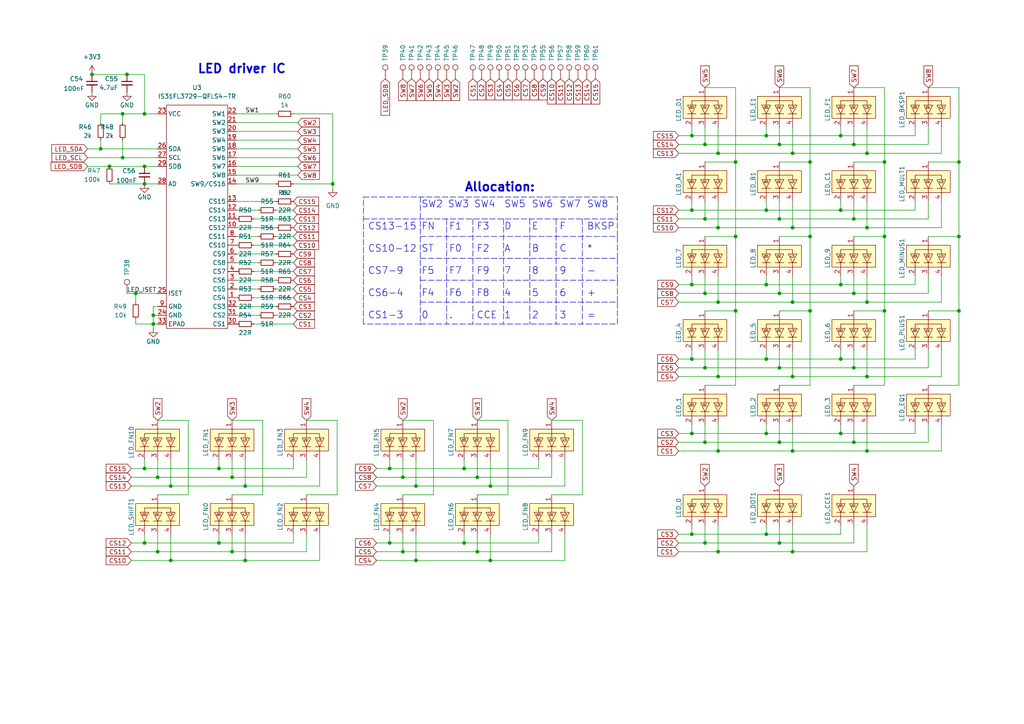
<source format=kicad_sch>
(kicad_sch (version 20211123) (generator eeschema)
  (paper "A4")
  (junction (at 41.91 33.02))
  (junction (at 200.66 82.55))
  (junction (at 251.46 66.04))
  (junction (at 247.65 128.27))
  (junction (at 222.25 154.94))
  (junction (at 247.65 106.68))
  (junction (at 229.87 109.22))
  (junction (at 247.65 85.09))
  (junction (at 36.83 21.59))
  (junction (at 200.66 125.73))
  (junction (at 113.03 157.48))
  (junction (at 49.53 140.97))
  (junction (at 138.43 138.43))
  (junction (at 213.36 90.17))
  (junction (at 278.13 46.99))
  (junction (at 204.47 63.5))
  (junction (at 142.24 162.56))
  (junction (at 67.31 160.02))
  (junction (at 41.91 135.89))
  (junction (at 208.28 130.81))
  (junction (at 243.84 104.14))
  (junction (at 226.06 85.09))
  (junction (at 229.87 66.04))
  (junction (at 208.28 44.45))
  (junction (at 26.67 21.59))
  (junction (at 229.87 44.45))
  (junction (at 204.47 106.68))
  (junction (at 251.46 87.63))
  (junction (at 234.95 46.99))
  (junction (at 247.65 41.91))
  (junction (at 204.47 41.91))
  (junction (at 120.65 162.56))
  (junction (at 138.43 160.02))
  (junction (at 222.25 39.37))
  (junction (at 243.84 60.96))
  (junction (at 63.5 157.48))
  (junction (at 63.5 135.89))
  (junction (at 96.52 53.34))
  (junction (at 142.24 140.97))
  (junction (at 41.91 48.26))
  (junction (at 31.75 48.26))
  (junction (at 278.13 68.58))
  (junction (at 29.21 43.18))
  (junction (at 39.37 85.09))
  (junction (at 41.91 157.48))
  (junction (at 45.72 160.02))
  (junction (at 208.28 160.02))
  (junction (at 71.12 162.56))
  (junction (at 208.28 66.04))
  (junction (at 44.45 91.44))
  (junction (at 134.62 157.48))
  (junction (at 251.46 130.81))
  (junction (at 256.54 68.58))
  (junction (at 35.56 33.02))
  (junction (at 67.31 138.43))
  (junction (at 226.06 63.5))
  (junction (at 243.84 125.73))
  (junction (at 45.72 138.43))
  (junction (at 208.28 109.22))
  (junction (at 256.54 90.17))
  (junction (at 234.95 68.58))
  (junction (at 222.25 104.14))
  (junction (at 229.87 87.63))
  (junction (at 222.25 82.55))
  (junction (at 71.12 140.97))
  (junction (at 200.66 39.37))
  (junction (at 247.65 63.5))
  (junction (at 226.06 157.48))
  (junction (at 204.47 157.48))
  (junction (at 256.54 46.99))
  (junction (at 113.03 135.89))
  (junction (at 49.53 162.56))
  (junction (at 251.46 109.22))
  (junction (at 278.13 90.17))
  (junction (at 226.06 128.27))
  (junction (at 229.87 160.02))
  (junction (at 204.47 128.27))
  (junction (at 116.84 138.43))
  (junction (at 213.36 68.58))
  (junction (at 200.66 154.94))
  (junction (at 226.06 41.91))
  (junction (at 35.56 45.72))
  (junction (at 116.84 160.02))
  (junction (at 204.47 85.09))
  (junction (at 41.91 53.34))
  (junction (at 44.45 93.98))
  (junction (at 222.25 60.96))
  (junction (at 229.87 130.81))
  (junction (at 251.46 44.45))
  (junction (at 120.65 140.97))
  (junction (at 226.06 106.68))
  (junction (at 243.84 39.37))
  (junction (at 234.95 90.17))
  (junction (at 200.66 104.14))
  (junction (at 243.84 82.55))
  (junction (at 213.36 46.99))
  (junction (at 222.25 125.73))
  (junction (at 200.66 60.96))
  (junction (at 134.62 135.89))
  (junction (at 208.28 87.63))
  (wire (pts (xy 196.85 60.96) (xy 200.66 60.96)))
  (wire (pts (xy 41.91 133.35) (xy 41.91 135.89)))
  (wire (pts (xy 134.62 157.48) (xy 156.21 157.48)))
  (wire (pts (xy 125.73 121.92) (xy 116.84 121.92)))
  (wire (pts (xy 86.36 35.56) (xy 68.58 35.56)))
  (wire (pts (xy 160.02 160.02) (xy 160.02 154.94)))
  (wire (pts (xy 208.28 130.81) (xy 229.87 130.81)))
  (polyline (pts (xy 121.92 81.28) (xy 179.07 81.28)))
  (wire (pts (xy 200.66 154.94) (xy 222.25 154.94)))
  (wire (pts (xy 86.36 50.8) (xy 68.58 50.8)))
  (wire (pts (xy 265.43 104.14) (xy 265.43 101.6)))
  (wire (pts (xy 41.91 154.94) (xy 41.91 157.48)))
  (wire (pts (xy 204.47 123.19) (xy 204.47 128.27)))
  (wire (pts (xy 196.85 160.02) (xy 208.28 160.02)))
  (wire (pts (xy 200.66 39.37) (xy 222.25 39.37)))
  (wire (pts (xy 67.31 160.02) (xy 67.31 154.94)))
  (wire (pts (xy 86.36 38.1) (xy 68.58 38.1)))
  (polyline (pts (xy 179.07 57.15) (xy 179.07 63.5)))
  (wire (pts (xy 92.71 154.94) (xy 92.71 162.56)))
  (wire (pts (xy 45.72 160.02) (xy 67.31 160.02)))
  (wire (pts (xy 204.47 80.01) (xy 204.47 85.09)))
  (wire (pts (xy 44.45 93.98) (xy 45.72 93.98)))
  (wire (pts (xy 49.53 140.97) (xy 71.12 140.97)))
  (wire (pts (xy 269.24 41.91) (xy 269.24 36.83)))
  (wire (pts (xy 120.65 140.97) (xy 142.24 140.97)))
  (wire (pts (xy 251.46 80.01) (xy 251.46 87.63)))
  (wire (pts (xy 63.5 157.48) (xy 85.09 157.48)))
  (wire (pts (xy 226.06 63.5) (xy 226.06 58.42)))
  (wire (pts (xy 163.83 140.97) (xy 163.83 133.35)))
  (wire (pts (xy 251.46 36.83) (xy 251.46 44.45)))
  (wire (pts (xy 208.28 87.63) (xy 229.87 87.63)))
  (wire (pts (xy 208.28 58.42) (xy 208.28 66.04)))
  (wire (pts (xy 29.21 43.18) (xy 45.72 43.18)))
  (polyline (pts (xy 121.92 74.93) (xy 179.07 74.93)))
  (wire (pts (xy 196.85 44.45) (xy 208.28 44.45)))
  (wire (pts (xy 251.46 123.19) (xy 251.46 130.81)))
  (wire (pts (xy 269.24 63.5) (xy 269.24 58.42)))
  (wire (pts (xy 247.65 123.19) (xy 247.65 128.27)))
  (wire (pts (xy 247.65 63.5) (xy 269.24 63.5)))
  (wire (pts (xy 68.58 88.9) (xy 80.01 88.9)))
  (wire (pts (xy 196.85 87.63) (xy 208.28 87.63)))
  (wire (pts (xy 80.01 91.44) (xy 85.09 91.44)))
  (wire (pts (xy 116.84 143.51) (xy 125.73 143.51)))
  (wire (pts (xy 200.66 82.55) (xy 222.25 82.55)))
  (wire (pts (xy 222.25 39.37) (xy 222.25 36.83)))
  (wire (pts (xy 45.72 143.51) (xy 54.61 143.51)))
  (wire (pts (xy 85.09 157.48) (xy 85.09 154.94)))
  (wire (pts (xy 256.54 25.4) (xy 247.65 25.4)))
  (wire (pts (xy 73.66 93.98) (xy 85.09 93.98)))
  (wire (pts (xy 273.05 109.22) (xy 273.05 101.6)))
  (wire (pts (xy 208.28 80.01) (xy 208.28 87.63)))
  (wire (pts (xy 160.02 138.43) (xy 160.02 133.35)))
  (polyline (pts (xy 121.92 93.98) (xy 105.41 93.98)))
  (wire (pts (xy 213.36 90.17) (xy 204.47 90.17)))
  (wire (pts (xy 26.67 21.59) (xy 36.83 21.59)))
  (wire (pts (xy 247.65 111.76) (xy 256.54 111.76)))
  (wire (pts (xy 243.84 82.55) (xy 243.84 80.01)))
  (wire (pts (xy 247.65 152.4) (xy 247.65 157.48)))
  (wire (pts (xy 247.65 58.42) (xy 247.65 63.5)))
  (wire (pts (xy 109.22 157.48) (xy 113.03 157.48)))
  (wire (pts (xy 41.91 53.34) (xy 45.72 53.34)))
  (wire (pts (xy 234.95 111.76) (xy 234.95 90.17)))
  (wire (pts (xy 38.1 157.48) (xy 41.91 157.48)))
  (wire (pts (xy 208.28 66.04) (xy 229.87 66.04)))
  (wire (pts (xy 229.87 152.4) (xy 229.87 160.02)))
  (wire (pts (xy 54.61 121.92) (xy 45.72 121.92)))
  (wire (pts (xy 222.25 125.73) (xy 243.84 125.73)))
  (wire (pts (xy 247.65 80.01) (xy 247.65 85.09)))
  (wire (pts (xy 39.37 93.98) (xy 44.45 93.98)))
  (wire (pts (xy 204.47 106.68) (xy 226.06 106.68)))
  (wire (pts (xy 234.95 46.99) (xy 234.95 25.4)))
  (wire (pts (xy 256.54 90.17) (xy 256.54 68.58)))
  (wire (pts (xy 229.87 160.02) (xy 251.46 160.02)))
  (wire (pts (xy 116.84 160.02) (xy 138.43 160.02)))
  (polyline (pts (xy 179.07 68.58) (xy 179.07 63.5)))
  (wire (pts (xy 278.13 68.58) (xy 269.24 68.58)))
  (wire (pts (xy 49.53 133.35) (xy 49.53 140.97)))
  (wire (pts (xy 76.2 143.51) (xy 76.2 121.92)))
  (wire (pts (xy 222.25 104.14) (xy 243.84 104.14)))
  (wire (pts (xy 29.21 35.56) (xy 29.21 33.02)))
  (wire (pts (xy 35.56 33.02) (xy 35.56 35.56)))
  (polyline (pts (xy 153.67 63.5) (xy 153.67 93.98)))
  (wire (pts (xy 251.46 66.04) (xy 273.05 66.04)))
  (wire (pts (xy 25.4 48.26) (xy 31.75 48.26)))
  (wire (pts (xy 222.25 104.14) (xy 222.25 101.6)))
  (wire (pts (xy 243.84 154.94) (xy 243.84 152.4)))
  (wire (pts (xy 213.36 25.4) (xy 204.47 25.4)))
  (wire (pts (xy 265.43 39.37) (xy 265.43 36.83)))
  (wire (pts (xy 226.06 128.27) (xy 247.65 128.27)))
  (wire (pts (xy 256.54 68.58) (xy 247.65 68.58)))
  (wire (pts (xy 68.58 83.82) (xy 74.93 83.82)))
  (wire (pts (xy 71.12 140.97) (xy 92.71 140.97)))
  (wire (pts (xy 113.03 157.48) (xy 113.03 154.94)))
  (wire (pts (xy 222.25 39.37) (xy 243.84 39.37)))
  (wire (pts (xy 222.25 60.96) (xy 243.84 60.96)))
  (wire (pts (xy 73.66 63.5) (xy 85.09 63.5)))
  (wire (pts (xy 200.66 36.83) (xy 200.66 39.37)))
  (wire (pts (xy 208.28 101.6) (xy 208.28 109.22)))
  (wire (pts (xy 116.84 138.43) (xy 116.84 133.35)))
  (wire (pts (xy 226.06 41.91) (xy 226.06 36.83)))
  (wire (pts (xy 229.87 109.22) (xy 251.46 109.22)))
  (wire (pts (xy 38.1 138.43) (xy 45.72 138.43)))
  (wire (pts (xy 226.06 128.27) (xy 226.06 123.19)))
  (wire (pts (xy 269.24 85.09) (xy 269.24 80.01)))
  (wire (pts (xy 273.05 130.81) (xy 273.05 123.19)))
  (wire (pts (xy 142.24 140.97) (xy 163.83 140.97)))
  (wire (pts (xy 67.31 138.43) (xy 67.31 133.35)))
  (wire (pts (xy 247.65 101.6) (xy 247.65 106.68)))
  (wire (pts (xy 229.87 44.45) (xy 251.46 44.45)))
  (wire (pts (xy 234.95 90.17) (xy 234.95 68.58)))
  (wire (pts (xy 25.4 45.72) (xy 35.56 45.72)))
  (wire (pts (xy 49.53 154.94) (xy 49.53 162.56)))
  (wire (pts (xy 80.01 53.34) (xy 68.58 53.34)))
  (wire (pts (xy 243.84 125.73) (xy 265.43 125.73)))
  (wire (pts (xy 142.24 162.56) (xy 163.83 162.56)))
  (wire (pts (xy 134.62 157.48) (xy 134.62 154.94)))
  (wire (pts (xy 208.28 44.45) (xy 229.87 44.45)))
  (wire (pts (xy 96.52 53.34) (xy 96.52 33.02)))
  (wire (pts (xy 80.01 68.58) (xy 85.09 68.58)))
  (wire (pts (xy 73.66 86.36) (xy 85.09 86.36)))
  (polyline (pts (xy 121.92 57.15) (xy 121.92 93.98)))
  (wire (pts (xy 113.03 135.89) (xy 113.03 133.35)))
  (wire (pts (xy 31.75 48.26) (xy 41.91 48.26)))
  (wire (pts (xy 125.73 143.51) (xy 125.73 121.92)))
  (wire (pts (xy 243.84 39.37) (xy 265.43 39.37)))
  (wire (pts (xy 229.87 66.04) (xy 251.46 66.04)))
  (wire (pts (xy 113.03 157.48) (xy 134.62 157.48)))
  (wire (pts (xy 196.85 82.55) (xy 200.66 82.55)))
  (wire (pts (xy 213.36 111.76) (xy 213.36 90.17)))
  (wire (pts (xy 138.43 160.02) (xy 138.43 154.94)))
  (wire (pts (xy 251.46 87.63) (xy 273.05 87.63)))
  (wire (pts (xy 120.65 162.56) (xy 120.65 154.94)))
  (wire (pts (xy 234.95 68.58) (xy 234.95 46.99)))
  (wire (pts (xy 247.65 36.83) (xy 247.65 41.91)))
  (wire (pts (xy 278.13 90.17) (xy 269.24 90.17)))
  (wire (pts (xy 200.66 123.19) (xy 200.66 125.73)))
  (wire (pts (xy 196.85 66.04) (xy 208.28 66.04)))
  (wire (pts (xy 96.52 53.34) (xy 96.52 54.61)))
  (wire (pts (xy 200.66 60.96) (xy 222.25 60.96)))
  (wire (pts (xy 73.66 71.12) (xy 85.09 71.12)))
  (polyline (pts (xy 179.07 93.98) (xy 179.07 87.63)))
  (polyline (pts (xy 105.41 63.5) (xy 179.07 63.5)))
  (polyline (pts (xy 179.07 81.28) (xy 179.07 74.93)))
  (wire (pts (xy 38.1 140.97) (xy 49.53 140.97)))
  (wire (pts (xy 41.91 48.26) (xy 45.72 48.26)))
  (wire (pts (xy 68.58 60.96) (xy 74.93 60.96)))
  (wire (pts (xy 196.85 39.37) (xy 200.66 39.37)))
  (wire (pts (xy 71.12 133.35) (xy 71.12 140.97)))
  (wire (pts (xy 222.25 60.96) (xy 222.25 58.42)))
  (wire (pts (xy 97.79 121.92) (xy 88.9 121.92)))
  (wire (pts (xy 229.87 36.83) (xy 229.87 44.45)))
  (wire (pts (xy 243.84 104.14) (xy 265.43 104.14)))
  (wire (pts (xy 204.47 111.76) (xy 213.36 111.76)))
  (wire (pts (xy 49.53 162.56) (xy 71.12 162.56)))
  (wire (pts (xy 168.91 121.92) (xy 160.02 121.92)))
  (wire (pts (xy 243.84 82.55) (xy 265.43 82.55)))
  (polyline (pts (xy 146.05 63.5) (xy 146.05 93.98)))
  (wire (pts (xy 31.75 53.34) (xy 41.91 53.34)))
  (wire (pts (xy 63.5 157.48) (xy 63.5 154.94)))
  (wire (pts (xy 196.85 63.5) (xy 204.47 63.5)))
  (wire (pts (xy 208.28 152.4) (xy 208.28 160.02)))
  (wire (pts (xy 138.43 160.02) (xy 160.02 160.02)))
  (wire (pts (xy 96.52 33.02) (xy 85.09 33.02)))
  (wire (pts (xy 85.09 53.34) (xy 96.52 53.34)))
  (wire (pts (xy 226.06 157.48) (xy 247.65 157.48)))
  (wire (pts (xy 256.54 111.76) (xy 256.54 90.17)))
  (wire (pts (xy 204.47 58.42) (xy 204.47 63.5)))
  (wire (pts (xy 229.87 87.63) (xy 251.46 87.63)))
  (wire (pts (xy 226.06 41.91) (xy 247.65 41.91)))
  (wire (pts (xy 138.43 138.43) (xy 138.43 133.35)))
  (wire (pts (xy 196.85 128.27) (xy 204.47 128.27)))
  (wire (pts (xy 229.87 58.42) (xy 229.87 66.04)))
  (wire (pts (xy 243.84 104.14) (xy 243.84 101.6)))
  (wire (pts (xy 54.61 143.51) (xy 54.61 121.92)))
  (wire (pts (xy 229.87 80.01) (xy 229.87 87.63)))
  (wire (pts (xy 226.06 111.76) (xy 234.95 111.76)))
  (wire (pts (xy 86.36 40.64) (xy 68.58 40.64)))
  (wire (pts (xy 200.66 101.6) (xy 200.66 104.14)))
  (wire (pts (xy 88.9 154.94) (xy 88.9 160.02)))
  (wire (pts (xy 156.21 157.48) (xy 156.21 154.94)))
  (wire (pts (xy 213.36 46.99) (xy 204.47 46.99)))
  (wire (pts (xy 234.95 90.17) (xy 226.06 90.17)))
  (wire (pts (xy 35.56 45.72) (xy 45.72 45.72)))
  (wire (pts (xy 226.06 157.48) (xy 226.06 152.4)))
  (wire (pts (xy 29.21 33.02) (xy 35.56 33.02)))
  (wire (pts (xy 45.72 154.94) (xy 45.72 160.02)))
  (wire (pts (xy 41.91 157.48) (xy 63.5 157.48)))
  (wire (pts (xy 200.66 125.73) (xy 222.25 125.73)))
  (wire (pts (xy 116.84 138.43) (xy 138.43 138.43)))
  (wire (pts (xy 273.05 66.04) (xy 273.05 58.42)))
  (wire (pts (xy 147.32 143.51) (xy 147.32 121.92)))
  (wire (pts (xy 41.91 33.02) (xy 45.72 33.02)))
  (wire (pts (xy 256.54 46.99) (xy 247.65 46.99)))
  (wire (pts (xy 204.47 41.91) (xy 226.06 41.91)))
  (wire (pts (xy 92.71 133.35) (xy 92.71 140.97)))
  (wire (pts (xy 86.36 45.72) (xy 68.58 45.72)))
  (wire (pts (xy 39.37 85.09) (xy 39.37 87.63)))
  (wire (pts (xy 134.62 135.89) (xy 134.62 133.35)))
  (wire (pts (xy 256.54 90.17) (xy 247.65 90.17)))
  (wire (pts (xy 156.21 135.89) (xy 156.21 133.35)))
  (wire (pts (xy 120.65 162.56) (xy 142.24 162.56)))
  (wire (pts (xy 278.13 25.4) (xy 269.24 25.4)))
  (polyline (pts (xy 121.92 87.63) (xy 179.07 87.63)))
  (wire (pts (xy 226.06 106.68) (xy 247.65 106.68)))
  (wire (pts (xy 243.84 60.96) (xy 265.43 60.96)))
  (wire (pts (xy 265.43 60.96) (xy 265.43 58.42)))
  (wire (pts (xy 44.45 88.9) (xy 45.72 88.9)))
  (wire (pts (xy 88.9 143.51) (xy 97.79 143.51)))
  (wire (pts (xy 213.36 90.17) (xy 213.36 68.58)))
  (wire (pts (xy 234.95 46.99) (xy 226.06 46.99)))
  (wire (pts (xy 273.05 87.63) (xy 273.05 80.01)))
  (polyline (pts (xy 168.91 63.5) (xy 168.91 93.98)))
  (wire (pts (xy 200.66 104.14) (xy 222.25 104.14)))
  (wire (pts (xy 109.22 160.02) (xy 116.84 160.02)))
  (wire (pts (xy 38.1 160.02) (xy 45.72 160.02)))
  (wire (pts (xy 196.85 130.81) (xy 208.28 130.81)))
  (wire (pts (xy 278.13 90.17) (xy 278.13 68.58)))
  (wire (pts (xy 44.45 91.44) (xy 44.45 88.9)))
  (wire (pts (xy 120.65 140.97) (xy 120.65 133.35)))
  (polyline (pts (xy 137.16 63.5) (xy 137.16 93.98)))
  (wire (pts (xy 44.45 95.25) (xy 44.45 93.98)))
  (wire (pts (xy 222.25 154.94) (xy 243.84 154.94)))
  (wire (pts (xy 68.58 76.2) (xy 74.93 76.2)))
  (wire (pts (xy 256.54 68.58) (xy 256.54 46.99)))
  (wire (pts (xy 160.02 143.51) (xy 168.91 143.51)))
  (wire (pts (xy 278.13 46.99) (xy 269.24 46.99)))
  (wire (pts (xy 35.56 45.72) (xy 35.56 40.64)))
  (wire (pts (xy 200.66 80.01) (xy 200.66 82.55)))
  (wire (pts (xy 251.46 58.42) (xy 251.46 66.04)))
  (wire (pts (xy 204.47 157.48) (xy 226.06 157.48)))
  (wire (pts (xy 204.47 128.27) (xy 226.06 128.27)))
  (wire (pts (xy 234.95 25.4) (xy 226.06 25.4)))
  (wire (pts (xy 38.1 135.89) (xy 41.91 135.89)))
  (wire (pts (xy 229.87 123.19) (xy 229.87 130.81)))
  (wire (pts (xy 63.5 135.89) (xy 63.5 133.35)))
  (wire (pts (xy 226.06 63.5) (xy 247.65 63.5)))
  (wire (pts (xy 208.28 36.83) (xy 208.28 44.45)))
  (wire (pts (xy 213.36 46.99) (xy 213.36 25.4)))
  (wire (pts (xy 278.13 46.99) (xy 278.13 25.4)))
  (wire (pts (xy 196.85 41.91) (xy 204.47 41.91)))
  (wire (pts (xy 67.31 160.02) (xy 88.9 160.02)))
  (polyline (pts (xy 105.41 93.98) (xy 105.41 57.15)))
  (wire (pts (xy 196.85 157.48) (xy 204.47 157.48)))
  (wire (pts (xy 200.66 58.42) (xy 200.66 60.96)))
  (wire (pts (xy 80.01 76.2) (xy 85.09 76.2)))
  (wire (pts (xy 116.84 160.02) (xy 116.84 154.94)))
  (wire (pts (xy 147.32 121.92) (xy 138.43 121.92)))
  (wire (pts (xy 36.83 85.09) (xy 39.37 85.09)))
  (wire (pts (xy 196.85 109.22) (xy 208.28 109.22)))
  (wire (pts (xy 247.65 106.68) (xy 269.24 106.68)))
  (wire (pts (xy 278.13 68.58) (xy 278.13 46.99)))
  (wire (pts (xy 222.25 82.55) (xy 243.84 82.55)))
  (wire (pts (xy 73.66 78.74) (xy 85.09 78.74)))
  (wire (pts (xy 113.03 135.89) (xy 134.62 135.89)))
  (wire (pts (xy 67.31 143.51) (xy 76.2 143.51)))
  (wire (pts (xy 25.4 43.18) (xy 29.21 43.18)))
  (wire (pts (xy 36.83 21.59) (xy 41.91 21.59)))
  (wire (pts (xy 86.36 48.26) (xy 68.58 48.26)))
  (wire (pts (xy 222.25 82.55) (xy 222.25 80.01)))
  (wire (pts (xy 247.65 85.09) (xy 269.24 85.09)))
  (wire (pts (xy 229.87 130.81) (xy 251.46 130.81)))
  (wire (pts (xy 38.1 162.56) (xy 49.53 162.56)))
  (wire (pts (xy 68.58 58.42) (xy 80.01 58.42)))
  (wire (pts (xy 138.43 138.43) (xy 160.02 138.43)))
  (wire (pts (xy 213.36 68.58) (xy 204.47 68.58)))
  (wire (pts (xy 168.91 143.51) (xy 168.91 121.92)))
  (wire (pts (xy 269.24 106.68) (xy 269.24 101.6)))
  (wire (pts (xy 222.25 154.94) (xy 222.25 152.4)))
  (wire (pts (xy 251.46 152.4) (xy 251.46 160.02)))
  (wire (pts (xy 256.54 46.99) (xy 256.54 25.4)))
  (wire (pts (xy 41.91 135.89) (xy 63.5 135.89)))
  (wire (pts (xy 196.85 106.68) (xy 204.47 106.68)))
  (wire (pts (xy 109.22 162.56) (xy 120.65 162.56)))
  (wire (pts (xy 138.43 143.51) (xy 147.32 143.51)))
  (wire (pts (xy 68.58 73.66) (xy 80.01 73.66)))
  (polyline (pts (xy 105.41 57.15) (xy 179.07 57.15)))
  (wire (pts (xy 68.58 81.28) (xy 80.01 81.28)))
  (wire (pts (xy 251.46 109.22) (xy 273.05 109.22)))
  (wire (pts (xy 109.22 140.97) (xy 120.65 140.97)))
  (wire (pts (xy 86.36 43.18) (xy 68.58 43.18)))
  (wire (pts (xy 208.28 123.19) (xy 208.28 130.81)))
  (wire (pts (xy 265.43 82.55) (xy 265.43 80.01)))
  (wire (pts (xy 208.28 160.02) (xy 229.87 160.02)))
  (wire (pts (xy 44.45 91.44) (xy 45.72 91.44)))
  (wire (pts (xy 163.83 162.56) (xy 163.83 154.94)))
  (wire (pts (xy 68.58 68.58) (xy 74.93 68.58)))
  (wire (pts (xy 97.79 143.51) (xy 97.79 121.92)))
  (wire (pts (xy 273.05 44.45) (xy 273.05 36.83)))
  (wire (pts (xy 88.9 133.35) (xy 88.9 138.43)))
  (wire (pts (xy 80.01 83.82) (xy 85.09 83.82)))
  (wire (pts (xy 243.84 125.73) (xy 243.84 123.19)))
  (polyline (pts (xy 121.92 68.58) (xy 179.07 68.58)))
  (wire (pts (xy 243.84 39.37) (xy 243.84 36.83)))
  (wire (pts (xy 269.24 111.76) (xy 278.13 111.76)))
  (wire (pts (xy 35.56 33.02) (xy 41.91 33.02)))
  (wire (pts (xy 204.47 101.6) (xy 204.47 106.68)))
  (wire (pts (xy 29.21 43.18) (xy 29.21 40.64)))
  (wire (pts (xy 204.47 85.09) (xy 226.06 85.09)))
  (wire (pts (xy 196.85 104.14) (xy 200.66 104.14)))
  (wire (pts (xy 80.01 33.02) (xy 68.58 33.02)))
  (wire (pts (xy 251.46 44.45) (xy 273.05 44.45)))
  (wire (pts (xy 208.28 109.22) (xy 229.87 109.22)))
  (wire (pts (xy 80.01 60.96) (xy 85.09 60.96)))
  (wire (pts (xy 71.12 162.56) (xy 92.71 162.56)))
  (wire (pts (xy 45.72 133.35) (xy 45.72 138.43)))
  (polyline (pts (xy 179.07 74.93) (xy 179.07 68.58)))
  (wire (pts (xy 278.13 111.76) (xy 278.13 90.17)))
  (wire (pts (xy 71.12 154.94) (xy 71.12 162.56)))
  (wire (pts (xy 44.45 93.98) (xy 44.45 91.44)))
  (wire (pts (xy 247.65 128.27) (xy 269.24 128.27)))
  (wire (pts (xy 251.46 101.6) (xy 251.46 109.22)))
  (polyline (pts (xy 161.29 63.5) (xy 161.29 93.98)))
  (wire (pts (xy 76.2 121.92) (xy 67.31 121.92)))
  (wire (pts (xy 204.47 152.4) (xy 204.47 157.48)))
  (wire (pts (xy 41.91 21.59) (xy 41.91 33.02)))
  (wire (pts (xy 234.95 68.58) (xy 226.06 68.58)))
  (wire (pts (xy 226.06 85.09) (xy 226.06 80.01)))
  (wire (pts (xy 45.72 85.09) (xy 39.37 85.09)))
  (wire (pts (xy 226.06 85.09) (xy 247.65 85.09)))
  (wire (pts (xy 142.24 140.97) (xy 142.24 133.35)))
  (wire (pts (xy 63.5 135.89) (xy 85.09 135.89)))
  (wire (pts (xy 196.85 125.73) (xy 200.66 125.73)))
  (wire (pts (xy 68.58 66.04) (xy 80.01 66.04)))
  (wire (pts (xy 247.65 41.91) (xy 269.24 41.91)))
  (wire (pts (xy 134.62 135.89) (xy 156.21 135.89)))
  (polyline (pts (xy 121.92 93.98) (xy 179.07 93.98)))
  (wire (pts (xy 269.24 128.27) (xy 269.24 123.19)))
  (wire (pts (xy 109.22 135.89) (xy 113.03 135.89)))
  (wire (pts (xy 196.85 85.09) (xy 204.47 85.09)))
  (wire (pts (xy 68.58 91.44) (xy 74.93 91.44)))
  (polyline (pts (xy 129.54 63.5) (xy 129.54 93.98)))
  (wire (pts (xy 226.06 106.68) (xy 226.06 101.6)))
  (wire (pts (xy 222.25 125.73) (xy 222.25 123.19)))
  (wire (pts (xy 265.43 125.73) (xy 265.43 123.19)))
  (wire (pts (xy 243.84 60.96) (xy 243.84 58.42)))
  (wire (pts (xy 67.31 138.43) (xy 88.9 138.43)))
  (wire (pts (xy 251.46 130.81) (xy 273.05 130.81)))
  (polyline (pts (xy 179.07 87.63) (xy 179.07 81.28)))
  (wire (pts (xy 39.37 92.71) (xy 39.37 93.98)))
  (wire (pts (xy 85.09 135.89) (xy 85.09 133.35)))
  (wire (pts (xy 213.36 68.58) (xy 213.36 46.99)))
  (wire (pts (xy 109.22 138.43) (xy 116.84 138.43)))
  (wire (pts (xy 45.72 138.43) (xy 67.31 138.43)))
  (wire (pts (xy 204.47 36.83) (xy 204.47 41.91)))
  (wire (pts (xy 229.87 101.6) (xy 229.87 109.22)))
  (wire (pts (xy 196.85 154.94) (xy 200.66 154.94)))
  (wire (pts (xy 200.66 152.4) (xy 200.66 154.94)))
  (wire (pts (xy 142.24 162.56) (xy 142.24 154.94)))
  (wire (pts (xy 204.47 63.5) (xy 226.06 63.5)))
  (text "LED driver IC" (at 57.15 21.59 0) (effects (font (size 2.54 2.54) (thickness 0.508) bold) (justify left bottom)))
  (text "Allocation:" (at 134.62 55.88 0) (effects (font (size 2.54 2.54) (thickness 0.508) bold) (justify left bottom)))
  (text "		SW2 SW3 SW4	SW5	SW6	SW7	SW8\n\nCS13-15	FN	F1	F3	D	E	F	BKSP\n\nCS10-12	ST	F0	F2	A	B	C	*\n\nCS7-9	F5	F7	F9	7	8	9	-\n\nCS6-4	F4	F6	F8	4	5	6	+\n\nCS1-3	0	.	CCE	1	2	3	=" (at 106.68 92.71 0) (effects (font (size 2 2)) (justify left bottom)))
  (label "SW9" (at 71.12 53.34 0))
  (label "LED_ISET" (at 36.83 85.09 0))
  (label "SW1" (at 71.12 33.02 0))
  (global_label "CS15" (shape input) (at 172.72 22.86 270) (property "Intersheet References" "${INTERSHEET_REFS}" (effects hide)))
  (global_label "SW8" (shape input) (at 86.36 50.8 0) (property "Intersheet References" "${INTERSHEET_REFS}" (effects hide)))
  (global_label "CS10" (shape input) (at 160.02 22.86 270) (property "Intersheet References" "${INTERSHEET_REFS}" (effects hide)))
  (global_label "CS5" (shape input) (at 196.85 106.68 180) (property "Intersheet References" "${INTERSHEET_REFS}" (effects hide)))
  (global_label "SW4" (shape input) (at 86.36 40.64 0) (property "Intersheet References" "${INTERSHEET_REFS}" (effects hide)))
  (global_label "CS6" (shape input) (at 149.86 22.86 270) (property "Intersheet References" "${INTERSHEET_REFS}" (effects hide)))
  (global_label "CS8" (shape input) (at 154.94 22.86 270) (property "Intersheet References" "${INTERSHEET_REFS}" (effects hide)))
  (global_label "CS13" (shape input) (at 85.09 63.5 0) (property "Intersheet References" "${INTERSHEET_REFS}" (effects hide)))
  (global_label "CS11" (shape input) (at 38.1 160.02 180) (property "Intersheet References" "${INTERSHEET_REFS}" (effects hide)))
  (global_label "LED_SDA" (shape input) (at 25.4 43.18 180) (property "Intersheet References" "${INTERSHEET_REFS}" (effects hide)))
  (global_label "CS12" (shape input) (at 165.1 22.86 270) (property "Intersheet References" "${INTERSHEET_REFS}" (effects hide)))
  (global_label "CS13" (shape input) (at 38.1 140.97 180) (property "Intersheet References" "${INTERSHEET_REFS}" (effects hide)))
  (global_label "SW5" (shape input) (at 204.47 25.4 90) (property "Intersheet References" "${INTERSHEET_REFS}" (effects hide)))
  (global_label "SW8" (shape input) (at 116.84 22.86 270) (property "Intersheet References" "${INTERSHEET_REFS}" (effects hide)))
  (global_label "CS3" (shape input) (at 142.24 22.86 270) (property "Intersheet References" "${INTERSHEET_REFS}" (effects hide)))
  (global_label "CS7" (shape input) (at 152.4 22.86 270) (property "Intersheet References" "${INTERSHEET_REFS}" (effects hide)))
  (global_label "CS14" (shape input) (at 170.18 22.86 270) (property "Intersheet References" "${INTERSHEET_REFS}" (effects hide)))
  (global_label "SW3" (shape input) (at 67.31 121.92 90) (property "Intersheet References" "${INTERSHEET_REFS}" (effects hide)))
  (global_label "CS15" (shape input) (at 38.1 135.89 180) (property "Intersheet References" "${INTERSHEET_REFS}" (effects hide)))
  (global_label "CS1" (shape input) (at 137.16 22.86 270) (property "Intersheet References" "${INTERSHEET_REFS}" (effects hide)))
  (global_label "CS8" (shape input) (at 109.22 138.43 180) (property "Intersheet References" "${INTERSHEET_REFS}" (effects hide)))
  (global_label "CS4" (shape input) (at 109.22 162.56 180) (property "Intersheet References" "${INTERSHEET_REFS}" (effects hide)))
  (global_label "CS2" (shape input) (at 85.09 91.44 0) (property "Intersheet References" "${INTERSHEET_REFS}" (effects hide)))
  (global_label "SW5" (shape input) (at 86.36 43.18 0) (property "Intersheet References" "${INTERSHEET_REFS}" (effects hide)))
  (global_label "CS4" (shape input) (at 85.09 86.36 0) (property "Intersheet References" "${INTERSHEET_REFS}" (effects hide)))
  (global_label "CS6" (shape input) (at 109.22 157.48 180) (property "Intersheet References" "${INTERSHEET_REFS}" (effects hide)))
  (global_label "CS3" (shape input) (at 196.85 154.94 180) (property "Intersheet References" "${INTERSHEET_REFS}" (effects hide)))
  (global_label "CS3" (shape input) (at 85.09 88.9 0) (property "Intersheet References" "${INTERSHEET_REFS}" (effects hide)))
  (global_label "CS9" (shape input) (at 196.85 82.55 180) (property "Intersheet References" "${INTERSHEET_REFS}" (effects hide)))
  (global_label "CS1" (shape input) (at 85.09 93.98 0) (property "Intersheet References" "${INTERSHEET_REFS}" (effects hide)))
  (global_label "CS12" (shape input) (at 196.85 60.96 180) (property "Intersheet References" "${INTERSHEET_REFS}" (effects hide)))
  (global_label "SW7" (shape input) (at 86.36 48.26 0) (property "Intersheet References" "${INTERSHEET_REFS}" (effects hide)))
  (global_label "CS12" (shape input) (at 38.1 157.48 180) (property "Intersheet References" "${INTERSHEET_REFS}" (effects hide)))
  (global_label "CS15" (shape input) (at 196.85 39.37 180) (property "Intersheet References" "${INTERSHEET_REFS}" (effects hide)))
  (global_label "CS14" (shape input) (at 38.1 138.43 180) (property "Intersheet References" "${INTERSHEET_REFS}" (effects hide)))
  (global_label "SW6" (shape input) (at 226.06 25.4 90) (property "Intersheet References" "${INTERSHEET_REFS}" (effects hide)))
  (global_label "LED_SCL" (shape input) (at 25.4 45.72 180) (property "Intersheet References" "${INTERSHEET_REFS}" (effects hide)))
  (global_label "SW6" (shape input) (at 86.36 45.72 0) (property "Intersheet References" "${INTERSHEET_REFS}" (effects hide)))
  (global_label "CS11" (shape input) (at 85.09 68.58 0) (property "Intersheet References" "${INTERSHEET_REFS}" (effects hide)))
  (global_label "CS4" (shape input) (at 144.78 22.86 270) (property "Intersheet References" "${INTERSHEET_REFS}" (effects hide)))
  (global_label "CS7" (shape input) (at 196.85 87.63 180) (property "Intersheet References" "${INTERSHEET_REFS}" (effects hide)))
  (global_label "SW6" (shape input) (at 121.92 22.86 270) (property "Intersheet References" "${INTERSHEET_REFS}" (effects hide)))
  (global_label "CS2" (shape input) (at 196.85 128.27 180) (property "Intersheet References" "${INTERSHEET_REFS}" (effects hide)))
  (global_label "SW7" (shape input) (at 247.65 25.4 90) (property "Intersheet References" "${INTERSHEET_REFS}" (effects hide)))
  (global_label "SW2" (shape input) (at 116.84 121.92 90) (property "Intersheet References" "${INTERSHEET_REFS}" (effects hide)))
  (global_label "CS5" (shape input) (at 85.09 83.82 0) (property "Intersheet References" "${INTERSHEET_REFS}" (effects hide)))
  (global_label "CS10" (shape input) (at 38.1 162.56 180) (property "Intersheet References" "${INTERSHEET_REFS}" (effects hide)))
  (global_label "CS13" (shape input) (at 167.64 22.86 270) (property "Intersheet References" "${INTERSHEET_REFS}" (effects hide)))
  (global_label "CS3" (shape input) (at 196.85 125.73 180) (property "Intersheet References" "${INTERSHEET_REFS}" (effects hide)))
  (global_label "SW4" (shape input) (at 88.9 121.92 90) (property "Intersheet References" "${INTERSHEET_REFS}" (effects hide)))
  (global_label "CS1" (shape input) (at 196.85 160.02 180) (property "Intersheet References" "${INTERSHEET_REFS}" (effects hide)))
  (global_label "CS10" (shape input) (at 85.09 71.12 0) (property "Intersheet References" "${INTERSHEET_REFS}" (effects hide)))
  (global_label "CS5" (shape input) (at 147.32 22.86 270) (property "Intersheet References" "${INTERSHEET_REFS}" (effects hide)))
  (global_label "CS4" (shape input) (at 196.85 109.22 180) (property "Intersheet References" "${INTERSHEET_REFS}" (effects hide)))
  (global_label "CS2" (shape input) (at 139.7 22.86 270) (property "Intersheet References" "${INTERSHEET_REFS}" (effects hide)))
  (global_label "SW7" (shape input) (at 119.38 22.86 270) (property "Intersheet References" "${INTERSHEET_REFS}" (effects hide)))
  (global_label "CS8" (shape input) (at 85.09 76.2 0) (property "Intersheet References" "${INTERSHEET_REFS}" (effects hide)))
  (global_label "CS9" (shape input) (at 157.48 22.86 270) (property "Intersheet References" "${INTERSHEET_REFS}" (effects hide)))
  (global_label "CS14" (shape input) (at 85.09 60.96 0) (property "Intersheet References" "${INTERSHEET_REFS}" (effects hide)))
  (global_label "CS12" (shape input) (at 85.09 66.04 0) (property "Intersheet References" "${INTERSHEET_REFS}" (effects hide)))
  (global_label "SW5" (shape input) (at 124.46 22.86 270) (property "Intersheet References" "${INTERSHEET_REFS}" (effects hide)))
  (global_label "CS5" (shape input) (at 109.22 160.02 180) (property "Intersheet References" "${INTERSHEET_REFS}" (effects hide)))
  (global_label "CS10" (shape input) (at 196.85 66.04 180) (property "Intersheet References" "${INTERSHEET_REFS}" (effects hide)))
  (global_label "LED_SDB" (shape input) (at 111.76 22.86 270) (property "Intersheet References" "${INTERSHEET_REFS}" (effects hide)))
  (global_label "CS8" (shape input) (at 196.85 85.09 180) (property "Intersheet References" "${INTERSHEET_REFS}" (effects hide)))
  (global_label "SW2" (shape input) (at 45.72 121.92 90) (property "Intersheet References" "${INTERSHEET_REFS}" (effects hide)))
  (global_label "CS6" (shape input) (at 196.85 104.14 180) (property "Intersheet References" "${INTERSHEET_REFS}" (effects hide)))
  (global_label "SW4" (shape input) (at 247.65 140.97 90) (property "Intersheet References" "${INTERSHEET_REFS}" (effects hide)))
  (global_label "SW2" (shape input) (at 86.36 35.56 0) (property "Intersheet References" "${INTERSHEET_REFS}" (effects hide)))
  (global_label "SW3" (shape input) (at 138.43 121.92 90) (property "Intersheet References" "${INTERSHEET_REFS}" (effects hide)))
  (global_label "CS7" (shape input) (at 85.09 78.74 0) (property "Intersheet References" "${INTERSHEET_REFS}" (effects hide)))
  (global_label "CS15" (shape input) (at 85.09 58.42 0) (property "Intersheet References" "${INTERSHEET_REFS}" (effects hide)))
  (global_label "LED_SDB" (shape input) (at 25.4 48.26 180) (property "Intersheet References" "${INTERSHEET_REFS}" (effects hide)))
  (global_label "CS9" (shape input) (at 85.09 73.66 0) (property "Intersheet References" "${INTERSHEET_REFS}" (effects hide)))
  (global_label "CS13" (shape input) (at 196.85 44.45 180) (property "Intersheet References" "${INTERSHEET_REFS}" (effects hide)))
  (global_label "CS11" (shape input) (at 162.56 22.86 270) (property "Intersheet References" "${INTERSHEET_REFS}" (effects hide)))
  (global_label "SW3" (shape input) (at 226.06 140.97 90) (property "Intersheet References" "${INTERSHEET_REFS}" (effects hide)))
  (global_label "SW4" (shape input) (at 127 22.86 270) (property "Intersheet References" "${INTERSHEET_REFS}" (effects hide)))
  (global_label "CS14" (shape input) (at 196.85 41.91 180) (property "Intersheet References" "${INTERSHEET_REFS}" (effects hide)))
  (global_label "CS1" (shape input) (at 196.85 130.81 180) (property "Intersheet References" "${INTERSHEET_REFS}" (effects hide)))
  (global_label "CS6" (shape input) (at 85.09 81.28 0) (property "Intersheet References" "${INTERSHEET_REFS}" (effects hide)))
  (global_label "SW3" (shape input) (at 86.36 38.1 0) (property "Intersheet References" "${INTERSHEET_REFS}" (effects hide)))
  (global_label "CS9" (shape input) (at 109.22 135.89 180) (property "Intersheet References" "${INTERSHEET_REFS}" (effects hide)))
  (global_label "CS11" (shape input) (at 196.85 63.5 180) (property "Intersheet References" "${INTERSHEET_REFS}" (effects hide)))
  (global_label "SW2" (shape input) (at 132.08 22.86 270) (property "Intersheet References" "${INTERSHEET_REFS}" (effects hide)))
  (global_label "CS2" (shape input) (at 196.85 157.48 180) (property "Intersheet References" "${INTERSHEET_REFS}" (effects hide)))
  (global_label "SW3" (shape input) (at 129.54 22.86 270) (property "Intersheet References" "${INTERSHEET_REFS}" (effects hide)))
  (global_label "SW8" (shape input) (at 269.24 25.4 90) (property "Intersheet References" "${INTERSHEET_REFS}" (effects hide)))
  (global_label "CS7" (shape input) (at 109.22 140.97 180) (property "Intersheet References" "${INTERSHEET_REFS}" (effects hide)))
  (global_label "SW4" (shape input) (at 160.02 121.92 90) (property "Intersheet References" "${INTERSHEET_REFS}" (effects hide)))
  (global_label "SW2" (shape input) (at 204.47 140.97 90) (property "Intersheet References" "${INTERSHEET_REFS}" (effects hide)))
  (symbol (lib_id "Connector:TestPoint") (at 154.94 22.86 0) (unit 1)
    (property "Reference" "TP54" (at 154.94 17.78 90) (effects (justify left)))
    (property "Value" "TestPoint" (effects hide))
    (property "Footprint" "TestPoint:TestPoint_Pad_D1.5mm" (effects hide))
  )
  (symbol (lib_name "156120M173000_1") (lib_id "SamacSys_Parts:156120M173000") (at 223.52 34.29 90) (unit 1)
    (property "Reference" "LED_E1" (at 218.44 31.75 0))
    (property "Value" "156120M173000" (effects hide))
    (property "Footprint" "SamacSys_Parts:156120M173000" (effects hide))
    (property "Datasheet" "https://katalog.we-online.de/led/datasheet/156120M173000.pdf" (effects hide))
    (property "Description" "2.4 V, 3.6 V RGB LED 3216 (1206)  SMD, Wurth Elektronik WL-SFRW 156120M173000" (effects hide))
    (property "Height" "1.25" (effects hide))
    (property "Mouser Part Number" "710-156120M173000" (effects hide))
    (property "Mouser Price/Stock" "https://www.mouser.co.uk/ProductDetail/Wurth-Elektronik/156120M173000?qs=u16ybLDytRY9pBY8Z%2Fs7dQ%3D%3D" (effects hide))
    (property "Manufacturer_Name" "Wurth Elektronik" (effects hide))
    (property "Manufacturer_Part_Number" "156120M173000" (effects hide))
    (property "LCSC" "C5156309" (effects hide))
  )
  (symbol (lib_name "156120M173000_1") (lib_id "SamacSys_Parts:156120M173000") (at 266.7 99.06 90) (unit 1)
    (property "Reference" "LED_PLUS1" (at 261.62 96.52 0))
    (property "Value" "156120M173000" (effects hide))
    (property "Footprint" "SamacSys_Parts:156120M173000" (effects hide))
    (property "Datasheet" "https://katalog.we-online.de/led/datasheet/156120M173000.pdf" (effects hide))
    (property "Description" "2.4 V, 3.6 V RGB LED 3216 (1206)  SMD, Wurth Elektronik WL-SFRW 156120M173000" (effects hide))
    (property "Height" "1.25" (effects hide))
    (property "Mouser Part Number" "710-156120M173000" (effects hide))
    (property "Mouser Price/Stock" "https://www.mouser.co.uk/ProductDetail/Wurth-Elektronik/156120M173000?qs=u16ybLDytRY9pBY8Z%2Fs7dQ%3D%3D" (effects hide))
    (property "Manufacturer_Name" "Wurth Elektronik" (effects hide))
    (property "Manufacturer_Part_Number" "156120M173000" (effects hide))
    (property "LCSC" "C5156309" (effects hide))
  )
  (symbol (lib_name "156120M173000_1") (lib_id "SamacSys_Parts:156120M173000") (at 201.93 120.65 90) (unit 1)
    (property "Reference" "LED_1" (at 196.85 118.11 0))
    (property "Value" "156120M173000" (effects hide))
    (property "Footprint" "SamacSys_Parts:156120M173000" (effects hide))
    (property "Datasheet" "https://katalog.we-online.de/led/datasheet/156120M173000.pdf" (effects hide))
    (property "Description" "2.4 V, 3.6 V RGB LED 3216 (1206)  SMD, Wurth Elektronik WL-SFRW 156120M173000" (effects hide))
    (property "Height" "1.25" (effects hide))
    (property "Mouser Part Number" "710-156120M173000" (effects hide))
    (property "Mouser Price/Stock" "https://www.mouser.co.uk/ProductDetail/Wurth-Elektronik/156120M173000?qs=u16ybLDytRY9pBY8Z%2Fs7dQ%3D%3D" (effects hide))
    (property "Manufacturer_Name" "Wurth Elektronik" (effects hide))
    (property "Manufacturer_Part_Number" "156120M173000" (effects hide))
    (property "LCSC" "C5156309" (effects hide))
  )
  (symbol (lib_id "Device:R_Small") (at 82.55 33.02 90) (mirror x) (unit 1)
    (property "Reference" "R60" (at 82.55 27.94 90))
    (property "Value" "1k" (at 82.55 30.48 90))
    (property "Footprint" "Resistor_SMD:R_0402_1005Metric" (effects hide))
    (property "LCSC" "C279981" (effects hide))
  )
  (symbol (lib_name "156120M173000_1") (lib_id "SamacSys_Parts:156120M173000") (at 64.77 130.81 90) (unit 1)
    (property "Reference" "LED_FN1" (at 59.69 128.27 0))
    (property "Value" "156120M173000" (effects hide))
    (property "Footprint" "SamacSys_Parts:156120M173000" (effects hide))
    (property "Datasheet" "https://katalog.we-online.de/led/datasheet/156120M173000.pdf" (effects hide))
    (property "Description" "2.4 V, 3.6 V RGB LED 3216 (1206)  SMD, Wurth Elektronik WL-SFRW 156120M173000" (effects hide))
    (property "Height" "1.25" (effects hide))
    (property "Mouser Part Number" "710-156120M173000" (effects hide))
    (property "Mouser Price/Stock" "https://www.mouser.co.uk/ProductDetail/Wurth-Elektronik/156120M173000?qs=u16ybLDytRY9pBY8Z%2Fs7dQ%3D%3D" (effects hide))
    (property "Manufacturer_Name" "Wurth Elektronik" (effects hide))
    (property "Manufacturer_Part_Number" "156120M173000" (effects hide))
    (property "LCSC" "C5156309" (effects hide))
  )
  (symbol (lib_id "Connector:TestPoint") (at 127 22.86 0) (unit 1)
    (property "Reference" "TP44" (at 127 17.78 90) (effects (justify left)))
    (property "Value" "TestPoint" (effects hide))
    (property "Footprint" "TestPoint:TestPoint_Pad_D1.5mm" (effects hide))
  )
  (symbol (lib_id "Device:R_Small") (at 77.47 83.82 270) (unit 1)
    (property "Reference" "R58" (at 77.47 81.28 90))
    (property "Value" "51R" (at 77.47 86.36 90))
    (property "Footprint" "Resistor_SMD:R_0402_1005Metric" (effects hide))
    (property "LCSC" "C25125" (effects hide))
  )
  (symbol (lib_id "Connector:TestPoint") (at 137.16 22.86 0) (unit 1)
    (property "Reference" "TP47" (at 137.16 17.78 90) (effects (justify left)))
    (property "Value" "TestPoint" (effects hide))
    (property "Footprint" "TestPoint:TestPoint_Pad_D1.5mm" (effects hide))
  )
  (symbol (lib_id "Device:R_Small") (at 77.47 68.58 270) (unit 1)
    (property "Reference" "R56" (at 77.47 66.04 90))
    (property "Value" "51R" (at 77.47 71.12 90))
    (property "Footprint" "Resistor_SMD:R_0402_1005Metric" (effects hide))
    (property "LCSC" "C25125" (effects hide))
  )
  (symbol (lib_id "Connector:TestPoint") (at 167.64 22.86 0) (unit 1)
    (property "Reference" "TP59" (at 167.64 17.78 90) (effects (justify left)))
    (property "Value" "TestPoint" (effects hide))
    (property "Footprint" "TestPoint:TestPoint_Pad_D1.5mm" (effects hide))
  )
  (symbol (lib_id "Device:R_Small") (at 31.75 50.8 0) (mirror x) (unit 1)
    (property "Reference" "R47" (at 29.21 49.5299 0) (effects (justify right)))
    (property "Value" "100k" (at 29.21 52.0699 0) (effects (justify right)))
    (property "Footprint" "Resistor_SMD:R_0402_1005Metric" (effects hide))
    (property "LCSC" "C279979" (effects hide))
  )
  (symbol (lib_id "Connector:TestPoint") (at 139.7 22.86 0) (unit 1)
    (property "Reference" "TP48" (at 139.7 17.78 90) (effects (justify left)))
    (property "Value" "TestPoint" (effects hide))
    (property "Footprint" "TestPoint:TestPoint_Pad_D1.5mm" (effects hide))
  )
  (symbol (lib_id "Device:R_Small") (at 82.55 81.28 270) (unit 1)
    (property "Reference" "R65" (at 82.55 78.74 90))
    (property "Value" "22R" (at 82.55 83.82 90))
    (property "Footprint" "Resistor_SMD:R_0402_1005Metric" (effects hide))
    (property "LCSC" "C25092" (effects hide))
  )
  (symbol (lib_id "Device:R_Small") (at 82.55 88.9 270) (unit 1)
    (property "Reference" "R66" (at 82.55 86.36 90))
    (property "Value" "22R" (at 82.55 91.44 90))
    (property "Footprint" "Resistor_SMD:R_0402_1005Metric" (effects hide))
    (property "LCSC" "C25092" (effects hide))
  )
  (symbol (lib_id "Connector:TestPoint") (at 160.02 22.86 0) (unit 1)
    (property "Reference" "TP56" (at 160.02 17.78 90) (effects (justify left)))
    (property "Value" "TestPoint" (effects hide))
    (property "Footprint" "TestPoint:TestPoint_Pad_D1.5mm" (effects hide))
  )
  (symbol (lib_id "Connector:TestPoint") (at 157.48 22.86 0) (unit 1)
    (property "Reference" "TP55" (at 157.48 17.78 90) (effects (justify left)))
    (property "Value" "TestPoint" (effects hide))
    (property "Footprint" "TestPoint:TestPoint_Pad_D1.5mm" (effects hide))
  )
  (symbol (lib_id "Connector:TestPoint") (at 124.46 22.86 0) (unit 1)
    (property "Reference" "TP43" (at 124.46 17.78 90) (effects (justify left)))
    (property "Value" "TestPoint" (effects hide))
    (property "Footprint" "TestPoint:TestPoint_Pad_D1.5mm" (effects hide))
  )
  (symbol (lib_id "power:+3V3") (at 26.67 21.59 0) (unit 1)
    (property "Reference" "#PWR0202" (effects hide))
    (property "Value" "+3V3" (at 26.67 16.51 0))
  )
  (symbol (lib_id "Device:C_Small") (at 41.91 50.8 0) (mirror y) (unit 1)
    (property "Reference" "C56" (at 39.37 49.5362 0) (effects (justify left)))
    (property "Value" "100nF" (at 39.7302 52.3699 0) (effects (justify left)))
    (property "Footprint" "Capacitor_SMD:C_0402_1005Metric" (effects hide))
    (property "LCSC" "C1525" (effects hide))
  )
  (symbol (lib_id "power:GND") (at 96.52 54.61 0) (unit 1)
    (property "Reference" "#PWR0197" (effects hide))
    (property "Value" "GND" (at 96.52 59.69 0))
  )
  (symbol (lib_name "156120M173000_1") (lib_id "SamacSys_Parts:156120M173000") (at 86.36 130.81 90) (unit 1)
    (property "Reference" "LED_FN3" (at 81.28 128.27 0))
    (property "Value" "156120M173000" (effects hide))
    (property "Footprint" "SamacSys_Parts:156120M173000" (effects hide))
    (property "Datasheet" "https://katalog.we-online.de/led/datasheet/156120M173000.pdf" (effects hide))
    (property "Description" "2.4 V, 3.6 V RGB LED 3216 (1206)  SMD, Wurth Elektronik WL-SFRW 156120M173000" (effects hide))
    (property "Height" "1.25" (effects hide))
    (property "Mouser Part Number" "710-156120M173000" (effects hide))
    (property "Mouser Price/Stock" "https://www.mouser.co.uk/ProductDetail/Wurth-Elektronik/156120M173000?qs=u16ybLDytRY9pBY8Z%2Fs7dQ%3D%3D" (effects hide))
    (property "Manufacturer_Name" "Wurth Elektronik" (effects hide))
    (property "Manufacturer_Part_Number" "156120M173000" (effects hide))
    (property "LCSC" "C5156309" (effects hide))
  )
  (symbol (lib_id "Connector:TestPoint") (at 116.84 22.86 0) (unit 1)
    (property "Reference" "TP40" (at 116.84 17.78 90) (effects (justify left)))
    (property "Value" "TestPoint" (effects hide))
    (property "Footprint" "TestPoint:TestPoint_Pad_D1.5mm" (effects hide))
  )
  (symbol (lib_id "Device:C_Small") (at 36.83 24.13 0) (mirror y) (unit 1)
    (property "Reference" "C55" (at 34.29 22.8662 0) (effects (justify left)))
    (property "Value" "4.7uF" (at 34.29 25.4062 0) (effects (justify left)))
    (property "Footprint" "Capacitor_SMD:C_0603_1608Metric" (effects hide))
    (property "LCSC" "C19666" (effects hide))
  )
  (symbol (lib_id "Connector:TestPoint") (at 121.92 22.86 0) (unit 1)
    (property "Reference" "TP42" (at 121.92 17.78 90) (effects (justify left)))
    (property "Value" "TestPoint" (effects hide))
    (property "Footprint" "TestPoint:TestPoint_Pad_D1.5mm" (effects hide))
  )
  (symbol (lib_name "156120M173000_1") (lib_id "SamacSys_Parts:156120M173000") (at 245.11 120.65 90) (unit 1)
    (property "Reference" "LED_3" (at 240.03 118.11 0))
    (property "Value" "156120M173000" (effects hide))
    (property "Footprint" "SamacSys_Parts:156120M173000" (effects hide))
    (property "Datasheet" "https://katalog.we-online.de/led/datasheet/156120M173000.pdf" (effects hide))
    (property "Description" "2.4 V, 3.6 V RGB LED 3216 (1206)  SMD, Wurth Elektronik WL-SFRW 156120M173000" (effects hide))
    (property "Height" "1.25" (effects hide))
    (property "Mouser Part Number" "710-156120M173000" (effects hide))
    (property "Mouser Price/Stock" "https://www.mouser.co.uk/ProductDetail/Wurth-Elektronik/156120M173000?qs=u16ybLDytRY9pBY8Z%2Fs7dQ%3D%3D" (effects hide))
    (property "Manufacturer_Name" "Wurth Elektronik" (effects hide))
    (property "Manufacturer_Part_Number" "156120M173000" (effects hide))
    (property "LCSC" "C5156309" (effects hide))
  )
  (symbol (lib_name "156120M173000_1") (lib_id "SamacSys_Parts:156120M173000") (at 201.93 34.29 90) (unit 1)
    (property "Reference" "LED_D1" (at 196.85 31.75 0))
    (property "Value" "156120M173000" (effects hide))
    (property "Footprint" "SamacSys_Parts:156120M173000" (effects hide))
    (property "Datasheet" "https://katalog.we-online.de/led/datasheet/156120M173000.pdf" (effects hide))
    (property "Description" "2.4 V, 3.6 V RGB LED 3216 (1206)  SMD, Wurth Elektronik WL-SFRW 156120M173000" (effects hide))
    (property "Height" "1.25" (effects hide))
    (property "Mouser Part Number" "710-156120M173000" (effects hide))
    (property "Mouser Price/Stock" "https://www.mouser.co.uk/ProductDetail/Wurth-Elektronik/156120M173000?qs=u16ybLDytRY9pBY8Z%2Fs7dQ%3D%3D" (effects hide))
    (property "Manufacturer_Name" "Wurth Elektronik" (effects hide))
    (property "Manufacturer_Part_Number" "156120M173000" (effects hide))
    (property "LCSC" "C5156309" (effects hide))
  )
  (symbol (lib_name "156120M173000_1") (lib_id "SamacSys_Parts:156120M173000") (at 245.11 99.06 90) (unit 1)
    (property "Reference" "LED_6" (at 240.03 96.52 0))
    (property "Value" "156120M173000" (effects hide))
    (property "Footprint" "SamacSys_Parts:156120M173000" (effects hide))
    (property "Datasheet" "https://katalog.we-online.de/led/datasheet/156120M173000.pdf" (effects hide))
    (property "Description" "2.4 V, 3.6 V RGB LED 3216 (1206)  SMD, Wurth Elektronik WL-SFRW 156120M173000" (effects hide))
    (property "Height" "1.25" (effects hide))
    (property "Mouser Part Number" "710-156120M173000" (effects hide))
    (property "Mouser Price/Stock" "https://www.mouser.co.uk/ProductDetail/Wurth-Elektronik/156120M173000?qs=u16ybLDytRY9pBY8Z%2Fs7dQ%3D%3D" (effects hide))
    (property "Manufacturer_Name" "Wurth Elektronik" (effects hide))
    (property "Manufacturer_Part_Number" "156120M173000" (effects hide))
    (property "LCSC" "C5156309" (effects hide))
  )
  (symbol (lib_id "oskars_design_lib:IS31FL3729") (at 48.26 95.25 0) (unit 1)
    (property "Reference" "U3" (at 57.15 25.4 0))
    (property "Value" "IS31FL3729-QFLS4-TR" (at 57.15 27.94 0))
    (property "Footprint" "oskar_design:IS31FL3729_QFN32" (effects hide))
    (property "LCSC" "C2940549" (effects hide))
  )
  (symbol (lib_name "156120M173000_1") (lib_id "SamacSys_Parts:156120M173000") (at 245.11 55.88 90) (unit 1)
    (property "Reference" "LED_C1" (at 240.03 53.34 0))
    (property "Value" "156120M173000" (effects hide))
    (property "Footprint" "SamacSys_Parts:156120M173000" (effects hide))
    (property "Datasheet" "https://katalog.we-online.de/led/datasheet/156120M173000.pdf" (effects hide))
    (property "Description" "2.4 V, 3.6 V RGB LED 3216 (1206)  SMD, Wurth Elektronik WL-SFRW 156120M173000" (effects hide))
    (property "Height" "1.25" (effects hide))
    (property "Mouser Part Number" "710-156120M173000" (effects hide))
    (property "Mouser Price/Stock" "https://www.mouser.co.uk/ProductDetail/Wurth-Elektronik/156120M173000?qs=u16ybLDytRY9pBY8Z%2Fs7dQ%3D%3D" (effects hide))
    (property "Manufacturer_Name" "Wurth Elektronik" (effects hide))
    (property "Manufacturer_Part_Number" "156120M173000" (effects hide))
    (property "LCSC" "C5156309" (effects hide))
  )
  (symbol (lib_name "156120M173000_1") (lib_id "SamacSys_Parts:156120M173000") (at 201.93 99.06 90) (unit 1)
    (property "Reference" "LED_4" (at 196.85 96.52 0))
    (property "Value" "156120M173000" (effects hide))
    (property "Footprint" "SamacSys_Parts:156120M173000" (effects hide))
    (property "Datasheet" "https://katalog.we-online.de/led/datasheet/156120M173000.pdf" (effects hide))
    (property "Description" "2.4 V, 3.6 V RGB LED 3216 (1206)  SMD, Wurth Elektronik WL-SFRW 156120M173000" (effects hide))
    (property "Height" "1.25" (effects hide))
    (property "Mouser Part Number" "710-156120M173000" (effects hide))
    (property "Mouser Price/Stock" "https://www.mouser.co.uk/ProductDetail/Wurth-Elektronik/156120M173000?qs=u16ybLDytRY9pBY8Z%2Fs7dQ%3D%3D" (effects hide))
    (property "Manufacturer_Name" "Wurth Elektronik" (effects hide))
    (property "Manufacturer_Part_Number" "156120M173000" (effects hide))
    (property "LCSC" "C5156309" (effects hide))
  )
  (symbol (lib_id "Connector:TestPoint") (at 172.72 22.86 0) (unit 1)
    (property "Reference" "TP61" (at 172.72 17.78 90) (effects (justify left)))
    (property "Value" "TestPoint" (effects hide))
    (property "Footprint" "TestPoint:TestPoint_Pad_D1.5mm" (effects hide))
  )
  (symbol (lib_id "Connector:TestPoint") (at 132.08 22.86 0) (unit 1)
    (property "Reference" "TP46" (at 132.08 17.78 90) (effects (justify left)))
    (property "Value" "TestPoint" (effects hide))
    (property "Footprint" "TestPoint:TestPoint_Pad_D1.5mm" (effects hide))
  )
  (symbol (lib_name "156120M173000_1") (lib_id "SamacSys_Parts:156120M173000") (at 157.48 130.81 90) (unit 1)
    (property "Reference" "LED_FN9" (at 152.4 128.27 0))
    (property "Value" "156120M173000" (effects hide))
    (property "Footprint" "SamacSys_Parts:156120M173000" (effects hide))
    (property "Datasheet" "https://katalog.we-online.de/led/datasheet/156120M173000.pdf" (effects hide))
    (property "Description" "2.4 V, 3.6 V RGB LED 3216 (1206)  SMD, Wurth Elektronik WL-SFRW 156120M173000" (effects hide))
    (property "Height" "1.25" (effects hide))
    (property "Mouser Part Number" "710-156120M173000" (effects hide))
    (property "Mouser Price/Stock" "https://www.mouser.co.uk/ProductDetail/Wurth-Elektronik/156120M173000?qs=u16ybLDytRY9pBY8Z%2Fs7dQ%3D%3D" (effects hide))
    (property "Manufacturer_Name" "Wurth Elektronik" (effects hide))
    (property "Manufacturer_Part_Number" "156120M173000" (effects hide))
    (property "LCSC" "C5156309" (effects hide))
  )
  (symbol (lib_name "156120M173000_1") (lib_id "SamacSys_Parts:156120M173000") (at 135.89 130.81 90) (unit 1)
    (property "Reference" "LED_FN7" (at 130.81 128.27 0))
    (property "Value" "156120M173000" (effects hide))
    (property "Footprint" "SamacSys_Parts:156120M173000" (effects hide))
    (property "Datasheet" "https://katalog.we-online.de/led/datasheet/156120M173000.pdf" (effects hide))
    (property "Description" "2.4 V, 3.6 V RGB LED 3216 (1206)  SMD, Wurth Elektronik WL-SFRW 156120M173000" (effects hide))
    (property "Height" "1.25" (effects hide))
    (property "Mouser Part Number" "710-156120M173000" (effects hide))
    (property "Mouser Price/Stock" "https://www.mouser.co.uk/ProductDetail/Wurth-Elektronik/156120M173000?qs=u16ybLDytRY9pBY8Z%2Fs7dQ%3D%3D" (effects hide))
    (property "Manufacturer_Name" "Wurth Elektronik" (effects hide))
    (property "Manufacturer_Part_Number" "156120M173000" (effects hide))
    (property "LCSC" "C5156309" (effects hide))
  )
  (symbol (lib_name "156120M173000_1") (lib_id "SamacSys_Parts:156120M173000") (at 201.93 149.86 90) (unit 1)
    (property "Reference" "LED_0" (at 196.85 147.32 0))
    (property "Value" "156120M173000" (effects hide))
    (property "Footprint" "SamacSys_Parts:156120M173000" (effects hide))
    (property "Datasheet" "https://katalog.we-online.de/led/datasheet/156120M173000.pdf" (effects hide))
    (property "Description" "2.4 V, 3.6 V RGB LED 3216 (1206)  SMD, Wurth Elektronik WL-SFRW 156120M173000" (effects hide))
    (property "Height" "1.25" (effects hide))
    (property "Mouser Part Number" "710-156120M173000" (effects hide))
    (property "Mouser Price/Stock" "https://www.mouser.co.uk/ProductDetail/Wurth-Elektronik/156120M173000?qs=u16ybLDytRY9pBY8Z%2Fs7dQ%3D%3D" (effects hide))
    (property "Manufacturer_Name" "Wurth Elektronik" (effects hide))
    (property "Manufacturer_Part_Number" "156120M173000" (effects hide))
    (property "LCSC" "C5156309" (effects hide))
  )
  (symbol (lib_id "Connector:TestPoint") (at 111.76 22.86 0) (unit 1)
    (property "Reference" "TP39" (at 111.76 17.78 90) (effects (justify left)))
    (property "Value" "TestPoint" (effects hide))
    (property "Footprint" "TestPoint:TestPoint_Pad_D1.5mm" (effects hide))
  )
  (symbol (lib_id "Device:R_Small") (at 29.21 38.1 0) (mirror x) (unit 1)
    (property "Reference" "R46" (at 26.67 36.8299 0) (effects (justify right)))
    (property "Value" "2k" (at 26.67 39.3699 0) (effects (justify right)))
    (property "Footprint" "Resistor_SMD:R_0402_1005Metric" (effects hide))
    (property "LCSC" "C258126" (effects hide))
  )
  (symbol (lib_name "156120M173000_1") (lib_id "SamacSys_Parts:156120M173000") (at 223.52 55.88 90) (unit 1)
    (property "Reference" "LED_B1" (at 218.44 53.34 0))
    (property "Value" "156120M173000" (effects hide))
    (property "Footprint" "SamacSys_Parts:156120M173000" (effects hide))
    (property "Datasheet" "https://katalog.we-online.de/led/datasheet/156120M173000.pdf" (effects hide))
    (property "Description" "2.4 V, 3.6 V RGB LED 3216 (1206)  SMD, Wurth Elektronik WL-SFRW 156120M173000" (effects hide))
    (property "Height" "1.25" (effects hide))
    (property "Mouser Part Number" "710-156120M173000" (effects hide))
    (property "Mouser Price/Stock" "https://www.mouser.co.uk/ProductDetail/Wurth-Elektronik/156120M173000?qs=u16ybLDytRY9pBY8Z%2Fs7dQ%3D%3D" (effects hide))
    (property "Manufacturer_Name" "Wurth Elektronik" (effects hide))
    (property "Manufacturer_Part_Number" "156120M173000" (effects hide))
    (property "LCSC" "C5156309" (effects hide))
  )
  (symbol (lib_name "156120M173000_1") (lib_id "SamacSys_Parts:156120M173000") (at 201.93 77.47 90) (unit 1)
    (property "Reference" "LED_7" (at 196.85 74.93 0))
    (property "Value" "156120M173000" (effects hide))
    (property "Footprint" "SamacSys_Parts:156120M173000" (effects hide))
    (property "Datasheet" "https://katalog.we-online.de/led/datasheet/156120M173000.pdf" (effects hide))
    (property "Description" "2.4 V, 3.6 V RGB LED 3216 (1206)  SMD, Wurth Elektronik WL-SFRW 156120M173000" (effects hide))
    (property "Height" "1.25" (effects hide))
    (property "Mouser Part Number" "710-156120M173000" (effects hide))
    (property "Mouser Price/Stock" "https://www.mouser.co.uk/ProductDetail/Wurth-Elektronik/156120M173000?qs=u16ybLDytRY9pBY8Z%2Fs7dQ%3D%3D" (effects hide))
    (property "Manufacturer_Name" "Wurth Elektronik" (effects hide))
    (property "Manufacturer_Part_Number" "156120M173000" (effects hide))
    (property "LCSC" "C5156309" (effects hide))
  )
  (symbol (lib_id "Connector:TestPoint") (at 36.83 85.09 0) (unit 1)
    (property "Reference" "TP38" (at 36.83 80.01 90) (effects (justify left)))
    (property "Value" "TestPoint" (effects hide))
    (property "Footprint" "TestPoint:TestPoint_Pad_D1.5mm" (effects hide))
  )
  (symbol (lib_id "Device:R_Small") (at 35.56 38.1 0) (mirror x) (unit 1)
    (property "Reference" "R48" (at 33.02 36.8299 0) (effects (justify right)))
    (property "Value" "2k" (at 33.02 39.3699 0) (effects (justify right)))
    (property "Footprint" "Resistor_SMD:R_0402_1005Metric" (effects hide))
    (property "LCSC" "C258126" (effects hide))
  )
  (symbol (lib_id "Device:R_Small") (at 71.12 78.74 270) (unit 1)
    (property "Reference" "R52" (at 71.12 76.2 90))
    (property "Value" "22R" (at 71.12 81.28 90))
    (property "Footprint" "Resistor_SMD:R_0402_1005Metric" (effects hide))
    (property "LCSC" "C25092" (effects hide))
  )
  (symbol (lib_name "156120M173000_1") (lib_id "SamacSys_Parts:156120M173000") (at 223.52 120.65 90) (unit 1)
    (property "Reference" "LED_2" (at 218.44 118.11 0))
    (property "Value" "156120M173000" (effects hide))
    (property "Footprint" "SamacSys_Parts:156120M173000" (effects hide))
    (property "Datasheet" "https://katalog.we-online.de/led/datasheet/156120M173000.pdf" (effects hide))
    (property "Description" "2.4 V, 3.6 V RGB LED 3216 (1206)  SMD, Wurth Elektronik WL-SFRW 156120M173000" (effects hide))
    (property "Height" "1.25" (effects hide))
    (property "Mouser Part Number" "710-156120M173000" (effects hide))
    (property "Mouser Price/Stock" "https://www.mouser.co.uk/ProductDetail/Wurth-Elektronik/156120M173000?qs=u16ybLDytRY9pBY8Z%2Fs7dQ%3D%3D" (effects hide))
    (property "Manufacturer_Name" "Wurth Elektronik" (effects hide))
    (property "Manufacturer_Part_Number" "156120M173000" (effects hide))
    (property "LCSC" "C5156309" (effects hide))
  )
  (symbol (lib_id "Device:R_Small") (at 82.55 58.42 270) (unit 1)
    (property "Reference" "R62" (at 82.55 55.88 90))
    (property "Value" "22R" (at 82.55 60.96 90))
    (property "Footprint" "Resistor_SMD:R_0402_1005Metric" (effects hide))
    (property "LCSC" "C25092" (effects hide))
  )
  (symbol (lib_id "Connector:TestPoint") (at 149.86 22.86 0) (unit 1)
    (property "Reference" "TP52" (at 149.86 17.78 90) (effects (justify left)))
    (property "Value" "TestPoint" (effects hide))
    (property "Footprint" "TestPoint:TestPoint_Pad_D1.5mm" (effects hide))
  )
  (symbol (lib_id "Device:R_Small") (at 71.12 86.36 270) (unit 1)
    (property "Reference" "R53" (at 71.12 83.82 90))
    (property "Value" "22R" (at 71.12 88.9 90))
    (property "Footprint" "Resistor_SMD:R_0402_1005Metric" (effects hide))
    (property "LCSC" "C25092" (effects hide))
  )
  (symbol (lib_id "Connector:TestPoint") (at 165.1 22.86 0) (unit 1)
    (property "Reference" "TP58" (at 165.1 17.78 90) (effects (justify left)))
    (property "Value" "TestPoint" (effects hide))
    (property "Footprint" "TestPoint:TestPoint_Pad_D1.5mm" (effects hide))
  )
  (symbol (lib_name "156120M173000_1") (lib_id "SamacSys_Parts:156120M173000") (at 135.89 152.4 90) (unit 1)
    (property "Reference" "LED_FN6" (at 130.81 149.86 0))
    (property "Value" "156120M173000" (effects hide))
    (property "Footprint" "SamacSys_Parts:156120M173000" (effects hide))
    (property "Datasheet" "https://katalog.we-online.de/led/datasheet/156120M173000.pdf" (effects hide))
    (property "Description" "2.4 V, 3.6 V RGB LED 3216 (1206)  SMD, Wurth Elektronik WL-SFRW 156120M173000" (effects hide))
    (property "Height" "1.25" (effects hide))
    (property "Mouser Part Number" "710-156120M173000" (effects hide))
    (property "Mouser Price/Stock" "https://www.mouser.co.uk/ProductDetail/Wurth-Elektronik/156120M173000?qs=u16ybLDytRY9pBY8Z%2Fs7dQ%3D%3D" (effects hide))
    (property "Manufacturer_Name" "Wurth Elektronik" (effects hide))
    (property "Manufacturer_Part_Number" "156120M173000" (effects hide))
    (property "LCSC" "C5156309" (effects hide))
  )
  (symbol (lib_id "Device:R_Small") (at 82.55 66.04 270) (unit 1)
    (property "Reference" "R63" (at 82.55 63.5 90))
    (property "Value" "22R" (at 82.55 68.58 90))
    (property "Footprint" "Resistor_SMD:R_0402_1005Metric" (effects hide))
    (property "LCSC" "C25092" (effects hide))
  )
  (symbol (lib_id "Device:R_Small") (at 82.55 73.66 270) (unit 1)
    (property "Reference" "R64" (at 82.55 71.12 90))
    (property "Value" "22R" (at 82.55 76.2 90))
    (property "Footprint" "Resistor_SMD:R_0402_1005Metric" (effects hide))
    (property "LCSC" "C25092" (effects hide))
  )
  (symbol (lib_id "Device:R_Small") (at 71.12 93.98 270) (unit 1)
    (property "Reference" "R54" (at 71.12 91.44 90))
    (property "Value" "22R" (at 71.12 96.52 90))
    (property "Footprint" "Resistor_SMD:R_0402_1005Metric" (effects hide))
    (property "LCSC" "C25092" (effects hide))
  )
  (symbol (lib_id "Device:R_Small") (at 71.12 71.12 270) (unit 1)
    (property "Reference" "R51" (at 71.12 68.58 90))
    (property "Value" "22R" (at 71.12 73.66 90))
    (property "Footprint" "Resistor_SMD:R_0402_1005Metric" (effects hide))
    (property "LCSC" "C25092" (effects hide))
  )
  (symbol (lib_name "156120M173000_1") (lib_id "SamacSys_Parts:156120M173000") (at 157.48 152.4 90) (unit 1)
    (property "Reference" "LED_FN8" (at 152.4 149.86 0))
    (property "Value" "156120M173000" (effects hide))
    (property "Footprint" "SamacSys_Parts:156120M173000" (effects hide))
    (property "Datasheet" "https://katalog.we-online.de/led/datasheet/156120M173000.pdf" (effects hide))
    (property "Description" "2.4 V, 3.6 V RGB LED 3216 (1206)  SMD, Wurth Elektronik WL-SFRW 156120M173000" (effects hide))
    (property "Height" "1.25" (effects hide))
    (property "Mouser Part Number" "710-156120M173000" (effects hide))
    (property "Mouser Price/Stock" "https://www.mouser.co.uk/ProductDetail/Wurth-Elektronik/156120M173000?qs=u16ybLDytRY9pBY8Z%2Fs7dQ%3D%3D" (effects hide))
    (property "Manufacturer_Name" "Wurth Elektronik" (effects hide))
    (property "Manufacturer_Part_Number" "156120M173000" (effects hide))
    (property "LCSC" "C5156309" (effects hide))
  )
  (symbol (lib_name "156120M173000_1") (lib_id "SamacSys_Parts:156120M173000") (at 114.3 152.4 90) (unit 1)
    (property "Reference" "LED_FN4" (at 109.22 149.86 0))
    (property "Value" "156120M173000" (effects hide))
    (property "Footprint" "SamacSys_Parts:156120M173000" (effects hide))
    (property "Datasheet" "https://katalog.we-online.de/led/datasheet/156120M173000.pdf" (effects hide))
    (property "Description" "2.4 V, 3.6 V RGB LED 3216 (1206)  SMD, Wurth Elektronik WL-SFRW 156120M173000" (effects hide))
    (property "Height" "1.25" (effects hide))
    (property "Mouser Part Number" "710-156120M173000" (effects hide))
    (property "Mouser Price/Stock" "https://www.mouser.co.uk/ProductDetail/Wurth-Elektronik/156120M173000?qs=u16ybLDytRY9pBY8Z%2Fs7dQ%3D%3D" (effects hide))
    (property "Manufacturer_Name" "Wurth Elektronik" (effects hide))
    (property "Manufacturer_Part_Number" "156120M173000" (effects hide))
    (property "LCSC" "C5156309" (effects hide))
  )
  (symbol (lib_id "Connector:TestPoint") (at 119.38 22.86 0) (unit 1)
    (property "Reference" "TP41" (at 119.38 17.78 90) (effects (justify left)))
    (property "Value" "TestPoint" (effects hide))
    (property "Footprint" "TestPoint:TestPoint_Pad_D1.5mm" (effects hide))
  )
  (symbol (lib_name "156120M173000_1") (lib_id "SamacSys_Parts:156120M173000") (at 114.3 130.81 90) (unit 1)
    (property "Reference" "LED_FN5" (at 109.22 128.27 0))
    (property "Value" "156120M173000" (effects hide))
    (property "Footprint" "SamacSys_Parts:156120M173000" (effects hide))
    (property "Datasheet" "https://katalog.we-online.de/led/datasheet/156120M173000.pdf" (effects hide))
    (property "Description" "2.4 V, 3.6 V RGB LED 3216 (1206)  SMD, Wurth Elektronik WL-SFRW 156120M173000" (effects hide))
    (property "Height" "1.25" (effects hide))
    (property "Mouser Part Number" "710-156120M173000" (effects hide))
    (property "Mouser Price/Stock" "https://www.mouser.co.uk/ProductDetail/Wurth-Elektronik/156120M173000?qs=u16ybLDytRY9pBY8Z%2Fs7dQ%3D%3D" (effects hide))
    (property "Manufacturer_Name" "Wurth Elektronik" (effects hide))
    (property "Manufacturer_Part_Number" "156120M173000" (effects hide))
    (property "LCSC" "C5156309" (effects hide))
  )
  (symbol (lib_id "Device:R_Small") (at 82.55 53.34 270) (mirror x) (unit 1)
    (property "Reference" "R61" (at 82.55 50.8 90))
    (property "Value" "1k" (at 82.55 55.88 90))
    (property "Footprint" "Resistor_SMD:R_0402_1005Metric" (effects hide))
    (property "LCSC" "C279981" (effects hide))
  )
  (symbol (lib_id "Connector:TestPoint") (at 129.54 22.86 0) (unit 1)
    (property "Reference" "TP45" (at 129.54 17.78 90) (effects (justify left)))
    (property "Value" "TestPoint" (effects hide))
    (property "Footprint" "TestPoint:TestPoint_Pad_D1.5mm" (effects hide))
  )
  (symbol (lib_id "Connector:TestPoint") (at 147.32 22.86 0) (unit 1)
    (property "Reference" "TP51" (at 147.32 17.78 90) (effects (justify left)))
    (property "Value" "TestPoint" (effects hide))
    (property "Footprint" "TestPoint:TestPoint_Pad_D1.5mm" (effects hide))
  )
  (symbol (lib_id "power:GND") (at 36.83 26.67 0) (mirror y) (unit 1)
    (property "Reference" "#PWR0200" (effects hide))
    (property "Value" "GND" (at 36.83 30.48 0))
  )
  (symbol (lib_name "156120M173000_1") (lib_id "SamacSys_Parts:156120M173000") (at 245.11 77.47 90) (unit 1)
    (property "Reference" "LED_9" (at 240.03 74.93 0))
    (property "Value" "156120M173000" (effects hide))
    (property "Footprint" "SamacSys_Parts:156120M173000" (effects hide))
    (property "Datasheet" "https://katalog.we-online.de/led/datasheet/156120M173000.pdf" (effects hide))
    (property "Description" "2.4 V, 3.6 V RGB LED 3216 (1206)  SMD, Wurth Elektronik WL-SFRW 156120M173000" (effects hide))
    (property "Height" "1.25" (effects hide))
    (property "Mouser Part Number" "710-156120M173000" (effects hide))
    (property "Mouser Price/Stock" "https://www.mouser.co.uk/ProductDetail/Wurth-Elektronik/156120M173000?qs=u16ybLDytRY9pBY8Z%2Fs7dQ%3D%3D" (effects hide))
    (property "Manufacturer_Name" "Wurth Elektronik" (effects hide))
    (property "Manufacturer_Part_Number" "156120M173000" (effects hide))
    (property "LCSC" "C5156309" (effects hide))
  )
  (symbol (lib_name "156120M173000_1") (lib_id "SamacSys_Parts:156120M173000") (at 64.77 152.4 90) (unit 1)
    (property "Reference" "LED_FN0" (at 59.69 149.86 0))
    (property "Value" "156120M173000" (effects hide))
    (property "Footprint" "SamacSys_Parts:156120M173000" (effects hide))
    (property "Datasheet" "https://katalog.we-online.de/led/datasheet/156120M173000.pdf" (effects hide))
    (property "Description" "2.4 V, 3.6 V RGB LED 3216 (1206)  SMD, Wurth Elektronik WL-SFRW 156120M173000" (effects hide))
    (property "Height" "1.25" (effects hide))
    (property "Mouser Part Number" "710-156120M173000" (effects hide))
    (property "Mouser Price/Stock" "https://www.mouser.co.uk/ProductDetail/Wurth-Elektronik/156120M173000?qs=u16ybLDytRY9pBY8Z%2Fs7dQ%3D%3D" (effects hide))
    (property "Manufacturer_Name" "Wurth Elektronik" (effects hide))
    (property "Manufacturer_Part_Number" "156120M173000" (effects hide))
    (property "LCSC" "C5156309" (effects hide))
  )
  (symbol (lib_id "power:GND") (at 44.45 95.25 0) (mirror y) (unit 1)
    (property "Reference" "#PWR0198" (effects hide))
    (property "Value" "GND" (at 44.45 99.06 0))
  )
  (symbol (lib_name "156120M173000_1") (lib_id "SamacSys_Parts:156120M173000") (at 223.52 149.86 90) (unit 1)
    (property "Reference" "LED_DOT1" (at 218.44 147.32 0))
    (property "Value" "156120M173000" (effects hide))
    (property "Footprint" "SamacSys_Parts:156120M173000" (effects hide))
    (property "Datasheet" "https://katalog.we-online.de/led/datasheet/156120M173000.pdf" (effects hide))
    (property "Description" "2.4 V, 3.6 V RGB LED 3216 (1206)  SMD, Wurth Elektronik WL-SFRW 156120M173000" (effects hide))
    (property "Height" "1.25" (effects hide))
    (property "Mouser Part Number" "710-156120M173000" (effects hide))
    (property "Mouser Price/Stock" "https://www.mouser.co.uk/ProductDetail/Wurth-Elektronik/156120M173000?qs=u16ybLDytRY9pBY8Z%2Fs7dQ%3D%3D" (effects hide))
    (property "Manufacturer_Name" "Wurth Elektronik" (effects hide))
    (property "Manufacturer_Part_Number" "156120M173000" (effects hide))
    (property "LCSC" "C5156309" (effects hide))
  )
  (symbol (lib_name "156120M173000_1") (lib_id "SamacSys_Parts:156120M173000") (at 245.11 149.86 90) (unit 1)
    (property "Reference" "LED_CCE1" (at 240.03 147.32 0))
    (property "Value" "156120M173000" (effects hide))
    (property "Footprint" "SamacSys_Parts:156120M173000" (effects hide))
    (property "Datasheet" "https://katalog.we-online.de/led/datasheet/156120M173000.pdf" (effects hide))
    (property "Description" "2.4 V, 3.6 V RGB LED 3216 (1206)  SMD, Wurth Elektronik WL-SFRW 156120M173000" (effects hide))
    (property "Height" "1.25" (effects hide))
    (property "Mouser Part Number" "710-156120M173000" (effects hide))
    (property "Mouser Price/Stock" "https://www.mouser.co.uk/ProductDetail/Wurth-Elektronik/156120M173000?qs=u16ybLDytRY9pBY8Z%2Fs7dQ%3D%3D" (effects hide))
    (property "Manufacturer_Name" "Wurth Elektronik" (effects hide))
    (property "Manufacturer_Part_Number" "156120M173000" (effects hide))
    (property "LCSC" "C5156309" (effects hide))
  )
  (symbol (lib_name "156120M173000_1") (lib_id "SamacSys_Parts:156120M173000") (at 266.7 77.47 90) (unit 1)
    (property "Reference" "LED_MINUS1" (at 261.62 74.93 0))
    (property "Value" "156120M173000" (effects hide))
    (property "Footprint" "SamacSys_Parts:156120M173000" (effects hide))
    (property "Datasheet" "https://katalog.we-online.de/led/datasheet/156120M173000.pdf" (effects hide))
    (property "Description" "2.4 V, 3.6 V RGB LED 3216 (1206)  SMD, Wurth Elektronik WL-SFRW 156120M173000" (effects hide))
    (property "Height" "1.25" (effects hide))
    (property "Mouser Part Number" "710-156120M173000" (effects hide))
    (property "Mouser Price/Stock" "https://www.mouser.co.uk/ProductDetail/Wurth-Elektronik/156120M173000?qs=u16ybLDytRY9pBY8Z%2Fs7dQ%3D%3D" (effects hide))
    (property "Manufacturer_Name" "Wurth Elektronik" (effects hide))
    (property "Manufacturer_Part_Number" "156120M173000" (effects hide))
    (property "LCSC" "C5156309" (effects hide))
  )
  (symbol (lib_id "Connector:TestPoint") (at 144.78 22.86 0) (unit 1)
    (property "Reference" "TP50" (at 144.78 17.78 90) (effects (justify left)))
    (property "Value" "TestPoint" (effects hide))
    (property "Footprint" "TestPoint:TestPoint_Pad_D1.5mm" (effects hide))
  )
  (symbol (lib_id "Connector:TestPoint") (at 142.24 22.86 0) (unit 1)
    (property "Reference" "TP49" (at 142.24 17.78 90) (effects (justify left)))
    (property "Value" "TestPoint" (effects hide))
    (property "Footprint" "TestPoint:TestPoint_Pad_D1.5mm" (effects hide))
  )
  (symbol (lib_id "Device:R_Small") (at 77.47 91.44 270) (unit 1)
    (property "Reference" "R59" (at 77.47 88.9 90))
    (property "Value" "51R" (at 77.47 93.98 90))
    (property "Footprint" "Resistor_SMD:R_0402_1005Metric" (effects hide))
    (property "LCSC" "C25125" (effects hide))
  )
  (symbol (lib_id "Connector:TestPoint") (at 152.4 22.86 0) (unit 1)
    (property "Reference" "TP53" (at 152.4 17.78 90) (effects (justify left)))
    (property "Value" "TestPoint" (effects hide))
    (property "Footprint" "TestPoint:TestPoint_Pad_D1.5mm" (effects hide))
  )
  (symbol (lib_id "Device:R_Small") (at 77.47 60.96 270) (unit 1)
    (property "Reference" "R55" (at 77.47 58.42 90))
    (property "Value" "51R" (at 77.47 63.5 90))
    (property "Footprint" "Resistor_SMD:R_0402_1005Metric" (effects hide))
    (property "LCSC" "C25125" (effects hide))
  )
  (symbol (lib_name "156120M173000_1") (lib_id "SamacSys_Parts:156120M173000") (at 223.52 99.06 90) (unit 1)
    (property "Reference" "LED_5" (at 218.44 96.52 0))
    (property "Value" "156120M173000" (effects hide))
    (property "Footprint" "SamacSys_Parts:156120M173000" (effects hide))
    (property "Datasheet" "https://katalog.we-online.de/led/datasheet/156120M173000.pdf" (effects hide))
    (property "Description" "2.4 V, 3.6 V RGB LED 3216 (1206)  SMD, Wurth Elektronik WL-SFRW 156120M173000" (effects hide))
    (property "Height" "1.25" (effects hide))
    (property "Mouser Part Number" "710-156120M173000" (effects hide))
    (property "Mouser Price/Stock" "https://www.mouser.co.uk/ProductDetail/Wurth-Elektronik/156120M173000?qs=u16ybLDytRY9pBY8Z%2Fs7dQ%3D%3D" (effects hide))
    (property "Manufacturer_Name" "Wurth Elektronik" (effects hide))
    (property "Manufacturer_Part_Number" "156120M173000" (effects hide))
    (property "LCSC" "C5156309" (effects hide))
  )
  (symbol (lib_name "156120M173000_1") (lib_id "SamacSys_Parts:156120M173000") (at 266.7 34.29 90) (unit 1)
    (property "Reference" "LED_BKSP1" (at 261.62 31.75 0))
    (property "Value" "156120M173000" (effects hide))
    (property "Footprint" "SamacSys_Parts:156120M173000" (effects hide))
    (property "Datasheet" "https://katalog.we-online.de/led/datasheet/156120M173000.pdf" (effects hide))
    (property "Description" "2.4 V, 3.6 V RGB LED 3216 (1206)  SMD, Wurth Elektronik WL-SFRW 156120M173000" (effects hide))
    (property "Height" "1.25" (effects hide))
    (property "Mouser Part Number" "710-156120M173000" (effects hide))
    (property "Mouser Price/Stock" "https://www.mouser.co.uk/ProductDetail/Wurth-Elektronik/156120M173000?qs=u16ybLDytRY9pBY8Z%2Fs7dQ%3D%3D" (effects hide))
    (property "Manufacturer_Name" "Wurth Elektronik" (effects hide))
    (property "Manufacturer_Part_Number" "156120M173000" (effects hide))
    (property "LCSC" "C5156309" (effects hide))
  )
  (symbol (lib_id "Device:R_Small") (at 77.47 76.2 270) (unit 1)
    (property "Reference" "R57" (at 77.47 73.66 90))
    (property "Value" "51R" (at 77.47 78.74 90))
    (property "Footprint" "Resistor_SMD:R_0402_1005Metric" (effects hide))
    (property "LCSC" "C25125" (effects hide))
  )
  (symbol (lib_name "156120M173000_1") (lib_id "SamacSys_Parts:156120M173000") (at 245.11 34.29 90) (unit 1)
    (property "Reference" "LED_F1" (at 240.03 31.75 0))
    (property "Value" "156120M173000" (effects hide))
    (property "Footprint" "SamacSys_Parts:156120M173000" (effects hide))
    (property "Datasheet" "https://katalog.we-online.de/led/datasheet/156120M173000.pdf" (effects hide))
    (property "Description" "2.4 V, 3.6 V RGB LED 3216 (1206)  SMD, Wurth Elektronik WL-SFRW 156120M173000" (effects hide))
    (property "Height" "1.25" (effects hide))
    (property "Mouser Part Number" "710-156120M173000" (effects hide))
    (property "Mouser Price/Stock" "https://www.mouser.co.uk/ProductDetail/Wurth-Elektronik/156120M173000?qs=u16ybLDytRY9pBY8Z%2Fs7dQ%3D%3D" (effects hide))
    (property "Manufacturer_Name" "Wurth Elektronik" (effects hide))
    (property "Manufacturer_Part_Number" "156120M173000" (effects hide))
    (property "LCSC" "C5156309" (effects hide))
  )
  (symbol (lib_id "power:GND") (at 41.91 53.34 0) (mirror y) (unit 1)
    (property "Reference" "#PWR0199" (effects hide))
    (property "Value" "GND" (at 41.91 57.15 0))
  )
  (symbol (lib_name "156120M173000_1") (lib_id "SamacSys_Parts:156120M173000") (at 43.18 152.4 90) (unit 1)
    (property "Reference" "LED_SHIFT1" (at 38.1 149.86 0))
    (property "Value" "156120M173000" (effects hide))
    (property "Footprint" "SamacSys_Parts:156120M173000" (effects hide))
    (property "Datasheet" "https://katalog.we-online.de/led/datasheet/156120M173000.pdf" (effects hide))
    (property "Description" "2.4 V, 3.6 V RGB LED 3216 (1206)  SMD, Wurth Elektronik WL-SFRW 156120M173000" (effects hide))
    (property "Height" "1.25" (effects hide))
    (property "Mouser Part Number" "710-156120M173000" (effects hide))
    (property "Mouser Price/Stock" "https://www.mouser.co.uk/ProductDetail/Wurth-Elektronik/156120M173000?qs=u16ybLDytRY9pBY8Z%2Fs7dQ%3D%3D" (effects hide))
    (property "Manufacturer_Name" "Wurth Elektronik" (effects hide))
    (property "Manufacturer_Part_Number" "156120M173000" (effects hide))
    (property "LCSC" "C5156309" (effects hide))
  )
  (symbol (lib_name "156120M173000_1") (lib_id "SamacSys_Parts:156120M173000") (at 266.7 120.65 90) (unit 1)
    (property "Reference" "LED_EQ1" (at 261.62 118.11 0))
    (property "Value" "156120M173000" (effects hide))
    (property "Footprint" "SamacSys_Parts:156120M173000" (effects hide))
    (property "Datasheet" "https://katalog.we-online.de/led/datasheet/156120M173000.pdf" (effects hide))
    (property "Description" "2.4 V, 3.6 V RGB LED 3216 (1206)  SMD, Wurth Elektronik WL-SFRW 156120M173000" (effects hide))
    (property "Height" "1.25" (effects hide))
    (property "Mouser Part Number" "710-156120M173000" (effects hide))
    (property "Mouser Price/Stock" "https://www.mouser.co.uk/ProductDetail/Wurth-Elektronik/156120M173000?qs=u16ybLDytRY9pBY8Z%2Fs7dQ%3D%3D" (effects hide))
    (property "Manufacturer_Name" "Wurth Elektronik" (effects hide))
    (property "Manufacturer_Part_Number" "156120M173000" (effects hide))
    (property "LCSC" "C5156309" (effects hide))
  )
  (symbol (lib_id "Device:C_Small") (at 26.67 24.13 0) (mirror y) (unit 1)
    (property "Reference" "C54" (at 24.13 22.8662 0) (effects (justify left)))
    (property "Value" "100nF" (at 24.4902 25.6999 0) (effects (justify left)))
    (property "Footprint" "Capacitor_SMD:C_0402_1005Metric" (effects hide))
    (property "LCSC" "C1525" (effects hide))
  )
  (symbol (lib_id "Connector:TestPoint") (at 162.56 22.86 0) (unit 1)
    (property "Reference" "TP57" (at 162.56 17.78 90) (effects (justify left)))
    (property "Value" "TestPoint" (effects hide))
    (property "Footprint" "TestPoint:TestPoint_Pad_D1.5mm" (effects hide))
  )
  (symbol (lib_id "Device:R_Small") (at 71.12 63.5 270) (unit 1)
    (property "Reference" "R50" (at 71.12 60.96 90))
    (property "Value" "22R" (at 71.12 66.04 90))
    (property "Footprint" "Resistor_SMD:R_0402_1005Metric" (effects hide))
    (property "LCSC" "C25092" (effects hide))
  )
  (symbol (lib_id "power:GND") (at 26.67 26.67 0) (mirror y) (unit 1)
    (property "Reference" "#PWR0201" (effects hide))
    (property "Value" "GND" (at 26.67 30.48 0))
  )
  (symbol (lib_name "156120M173000_1") (lib_id "SamacSys_Parts:156120M173000") (at 223.52 77.47 90) (unit 1)
    (property "Reference" "LED_8" (at 218.44 74.93 0))
    (property "Value" "156120M173000" (effects hide))
    (property "Footprint" "SamacSys_Parts:156120M173000" (effects hide))
    (property "Datasheet" "https://katalog.we-online.de/led/datasheet/156120M173000.pdf" (effects hide))
    (property "Description" "2.4 V, 3.6 V RGB LED 3216 (1206)  SMD, Wurth Elektronik WL-SFRW 156120M173000" (effects hide))
    (property "Height" "1.25" (effects hide))
    (property "Mouser Part Number" "710-156120M173000" (effects hide))
    (property "Mouser Price/Stock" "https://www.mouser.co.uk/ProductDetail/Wurth-Elektronik/156120M173000?qs=u16ybLDytRY9pBY8Z%2Fs7dQ%3D%3D" (effects hide))
    (property "Manufacturer_Name" "Wurth Elektronik" (effects hide))
    (property "Manufacturer_Part_Number" "156120M173000" (effects hide))
    (property "LCSC" "C5156309" (effects hide))
  )
  (symbol (lib_name "156120M173000_1") (lib_id "SamacSys_Parts:156120M173000") (at 201.93 55.88 90) (unit 1)
    (property "Reference" "LED_A1" (at 196.85 53.34 0))
    (property "Value" "156120M173000" (effects hide))
    (property "Footprint" "SamacSys_Parts:156120M173000" (effects hide))
    (property "Datasheet" "https://katalog.we-online.de/led/datasheet/156120M173000.pdf" (effects hide))
    (property "Description" "2.4 V, 3.6 V RGB LED 3216 (1206)  SMD, Wurth Elektronik WL-SFRW 156120M173000" (effects hide))
    (property "Height" "1.25" (effects hide))
    (property "Mouser Part Number" "710-156120M173000" (effects hide))
    (property "Mouser Price/Stock" "https://www.mouser.co.uk/ProductDetail/Wurth-Elektronik/156120M173000?qs=u16ybLDytRY9pBY8Z%2Fs7dQ%3D%3D" (effects hide))
    (property "Manufacturer_Name" "Wurth Elektronik" (effects hide))
    (property "Manufacturer_Part_Number" "156120M173000" (effects hide))
    (property "LCSC" "C5156309" (effects hide))
  )
  (symbol (lib_name "156120M173000_1") (lib_id "SamacSys_Parts:156120M173000") (at 86.36 152.4 90) (unit 1)
    (property "Reference" "LED_FN2" (at 81.28 149.86 0))
    (property "Value" "156120M173000" (effects hide))
    (property "Footprint" "SamacSys_Parts:156120M173000" (effects hide))
    (property "Datasheet" "https://katalog.we-online.de/led/datasheet/156120M173000.pdf" (effects hide))
    (property "Description" "2.4 V, 3.6 V RGB LED 3216 (1206)  SMD, Wurth Elektronik WL-SFRW 156120M173000" (effects hide))
    (property "Height" "1.25" (effects hide))
    (property "Mouser Part Number" "710-156120M173000" (effects hide))
    (property "Mouser Price/Stock" "https://www.mouser.co.uk/ProductDetail/Wurth-Elektronik/156120M173000?qs=u16ybLDytRY9pBY8Z%2Fs7dQ%3D%3D" (effects hide))
    (property "Manufacturer_Name" "Wurth Elektronik" (effects hide))
    (property "Manufacturer_Part_Number" "156120M173000" (effects hide))
    (property "LCSC" "C5156309" (effects hide))
  )
  (symbol (lib_id "Device:R_Small") (at 39.37 90.17 0) (mirror x) (unit 1)
    (property "Reference" "R49" (at 36.83 88.8999 0) (effects (justify right)))
    (property "Value" "10k" (at 36.83 91.4399 0) (effects (justify right)))
    (property "Footprint" "Resistor_SMD:R_0402_1005Metric" (effects hide))
    (property "LCSC" "C409612" (effects hide))
  )
  (symbol (lib_name "156120M173000_1") (lib_id "SamacSys_Parts:156120M173000") (at 266.7 55.88 90) (unit 1)
    (property "Reference" "LED_MULT1" (at 261.62 53.34 0))
    (property "Value" "156120M173000" (effects hide))
    (property "Footprint" "SamacSys_Parts:156120M173000" (effects hide))
    (property "Datasheet" "https://katalog.we-online.de/led/datasheet/156120M173000.pdf" (effects hide))
    (property "Description" "2.4 V, 3.6 V RGB LED 3216 (1206)  SMD, Wurth Elektronik WL-SFRW 156120M173000" (effects hide))
    (property "Height" "1.25" (effects hide))
    (property "Mouser Part Number" "710-156120M173000" (effects hide))
    (property "Mouser Price/Stock" "https://www.mouser.co.uk/ProductDetail/Wurth-Elektronik/156120M173000?qs=u16ybLDytRY9pBY8Z%2Fs7dQ%3D%3D" (effects hide))
    (property "Manufacturer_Name" "Wurth Elektronik" (effects hide))
    (property "Manufacturer_Part_Number" "156120M173000" (effects hide))
    (property "LCSC" "C5156309" (effects hide))
  )
  (symbol (lib_name "156120M173000_1") (lib_id "SamacSys_Parts:156120M173000") (at 43.18 130.81 90) (unit 1)
    (property "Reference" "LED_FN10" (at 38.1 128.27 0))
    (property "Value" "156120M173000" (effects hide))
    (property "Footprint" "SamacSys_Parts:156120M173000" (effects hide))
    (property "Datasheet" "https://katalog.we-online.de/led/datasheet/156120M173000.pdf" (effects hide))
    (property "Description" "2.4 V, 3.6 V RGB LED 3216 (1206)  SMD, Wurth Elektronik WL-SFRW 156120M173000" (effects hide))
    (property "Height" "1.25" (effects hide))
    (property "Mouser Part Number" "710-156120M173000" (effects hide))
    (property "Mouser Price/Stock" "https://www.mouser.co.uk/ProductDetail/Wurth-Elektronik/156120M173000?qs=u16ybLDytRY9pBY8Z%2Fs7dQ%3D%3D" (effects hide))
    (property "Manufacturer_Name" "Wurth Elektronik" (effects hide))
    (property "Manufacturer_Part_Number" "156120M173000" (effects hide))
    (property "LCSC" "C5156309" (effects hide))
  )
  (symbol (lib_id "Connector:TestPoint") (at 170.18 22.86 0) (unit 1)
    (property "Reference" "TP60" (at 170.18 17.78 90) (effects (justify left)))
    (property "Value" "TestPoint" (effects hide))
    (property "Footprint" "TestPoint:TestPoint_Pad_D1.5mm" (effects hide))
  )
)
</source>
